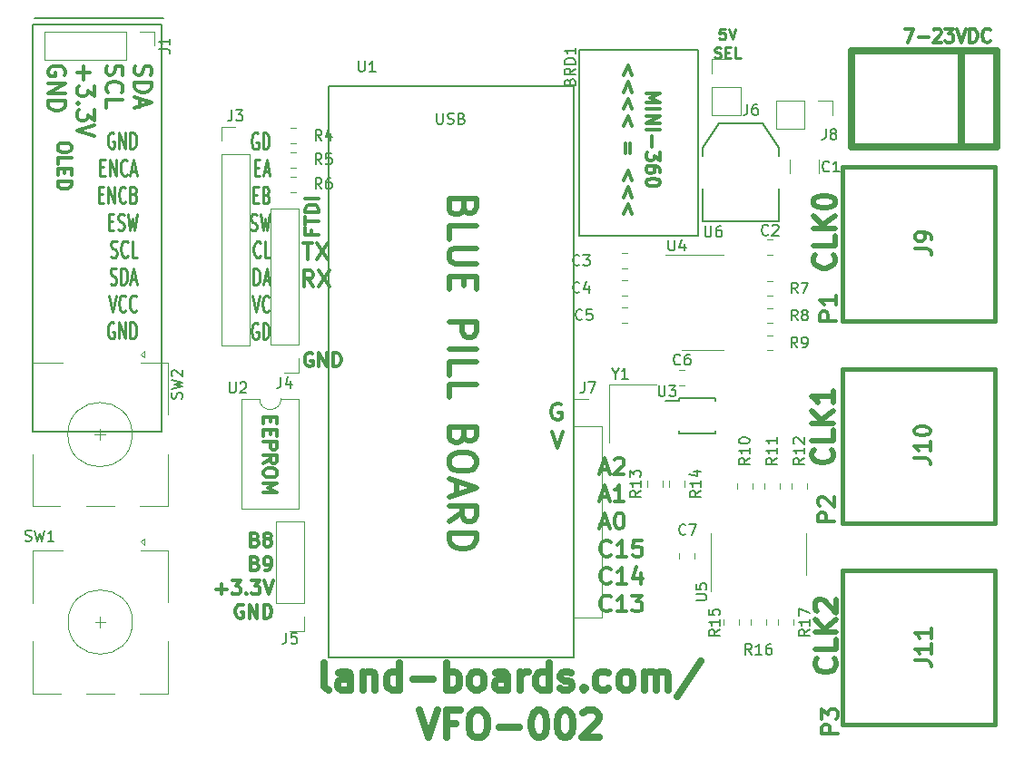
<source format=gbr>
G04 #@! TF.GenerationSoftware,KiCad,Pcbnew,(5.1.5)-3*
G04 #@! TF.CreationDate,2020-10-18T18:03:21-04:00*
G04 #@! TF.ProjectId,VFO-002,56464f2d-3030-4322-9e6b-696361645f70,1*
G04 #@! TF.SameCoordinates,Original*
G04 #@! TF.FileFunction,Legend,Top*
G04 #@! TF.FilePolarity,Positive*
%FSLAX46Y46*%
G04 Gerber Fmt 4.6, Leading zero omitted, Abs format (unit mm)*
G04 Created by KiCad (PCBNEW (5.1.5)-3) date 2020-10-18 18:03:21*
%MOMM*%
%LPD*%
G04 APERTURE LIST*
%ADD10C,0.250000*%
%ADD11C,0.317500*%
%ADD12C,0.300000*%
%ADD13C,0.500000*%
%ADD14C,0.150000*%
%ADD15C,0.508000*%
%ADD16C,0.635000*%
%ADD17C,0.381000*%
%ADD18C,0.120000*%
%ADD19C,0.650000*%
%ADD20C,0.203200*%
%ADD21C,0.304800*%
G04 APERTURE END LIST*
D10*
X118839204Y-39232800D02*
X118743966Y-39160228D01*
X118601109Y-39160228D01*
X118458252Y-39232800D01*
X118363014Y-39377942D01*
X118315395Y-39523085D01*
X118267776Y-39813371D01*
X118267776Y-40031085D01*
X118315395Y-40321371D01*
X118363014Y-40466514D01*
X118458252Y-40611657D01*
X118601109Y-40684228D01*
X118696347Y-40684228D01*
X118839204Y-40611657D01*
X118886823Y-40539085D01*
X118886823Y-40031085D01*
X118696347Y-40031085D01*
X119315395Y-40684228D02*
X119315395Y-39160228D01*
X119553490Y-39160228D01*
X119696347Y-39232800D01*
X119791585Y-39377942D01*
X119839204Y-39523085D01*
X119886823Y-39813371D01*
X119886823Y-40031085D01*
X119839204Y-40321371D01*
X119791585Y-40466514D01*
X119696347Y-40611657D01*
X119553490Y-40684228D01*
X119315395Y-40684228D01*
X118553490Y-42421942D02*
X118886823Y-42421942D01*
X119029680Y-43220228D02*
X118553490Y-43220228D01*
X118553490Y-41696228D01*
X119029680Y-41696228D01*
X119410633Y-42784800D02*
X119886823Y-42784800D01*
X119315395Y-43220228D02*
X119648728Y-41696228D01*
X119982061Y-43220228D01*
X118410633Y-44957942D02*
X118743966Y-44957942D01*
X118886823Y-45756228D02*
X118410633Y-45756228D01*
X118410633Y-44232228D01*
X118886823Y-44232228D01*
X119648728Y-44957942D02*
X119791585Y-45030514D01*
X119839204Y-45103085D01*
X119886823Y-45248228D01*
X119886823Y-45465942D01*
X119839204Y-45611085D01*
X119791585Y-45683657D01*
X119696347Y-45756228D01*
X119315395Y-45756228D01*
X119315395Y-44232228D01*
X119648728Y-44232228D01*
X119743966Y-44304800D01*
X119791585Y-44377371D01*
X119839204Y-44522514D01*
X119839204Y-44667657D01*
X119791585Y-44812800D01*
X119743966Y-44885371D01*
X119648728Y-44957942D01*
X119315395Y-44957942D01*
X118172538Y-48219657D02*
X118315395Y-48292228D01*
X118553490Y-48292228D01*
X118648728Y-48219657D01*
X118696347Y-48147085D01*
X118743966Y-48001942D01*
X118743966Y-47856800D01*
X118696347Y-47711657D01*
X118648728Y-47639085D01*
X118553490Y-47566514D01*
X118363014Y-47493942D01*
X118267776Y-47421371D01*
X118220157Y-47348800D01*
X118172538Y-47203657D01*
X118172538Y-47058514D01*
X118220157Y-46913371D01*
X118267776Y-46840800D01*
X118363014Y-46768228D01*
X118601109Y-46768228D01*
X118743966Y-46840800D01*
X119077300Y-46768228D02*
X119315395Y-48292228D01*
X119505871Y-47203657D01*
X119696347Y-48292228D01*
X119934442Y-46768228D01*
X119077300Y-50683085D02*
X119029680Y-50755657D01*
X118886823Y-50828228D01*
X118791585Y-50828228D01*
X118648728Y-50755657D01*
X118553490Y-50610514D01*
X118505871Y-50465371D01*
X118458252Y-50175085D01*
X118458252Y-49957371D01*
X118505871Y-49667085D01*
X118553490Y-49521942D01*
X118648728Y-49376800D01*
X118791585Y-49304228D01*
X118886823Y-49304228D01*
X119029680Y-49376800D01*
X119077300Y-49449371D01*
X119982061Y-50828228D02*
X119505871Y-50828228D01*
X119505871Y-49304228D01*
X118458252Y-53364228D02*
X118458252Y-51840228D01*
X118696347Y-51840228D01*
X118839204Y-51912800D01*
X118934442Y-52057942D01*
X118982061Y-52203085D01*
X119029680Y-52493371D01*
X119029680Y-52711085D01*
X118982061Y-53001371D01*
X118934442Y-53146514D01*
X118839204Y-53291657D01*
X118696347Y-53364228D01*
X118458252Y-53364228D01*
X119410633Y-52928800D02*
X119886823Y-52928800D01*
X119315395Y-53364228D02*
X119648728Y-51840228D01*
X119982061Y-53364228D01*
X118315395Y-54376228D02*
X118648728Y-55900228D01*
X118982061Y-54376228D01*
X119886823Y-55755085D02*
X119839204Y-55827657D01*
X119696347Y-55900228D01*
X119601109Y-55900228D01*
X119458252Y-55827657D01*
X119363014Y-55682514D01*
X119315395Y-55537371D01*
X119267776Y-55247085D01*
X119267776Y-55029371D01*
X119315395Y-54739085D01*
X119363014Y-54593942D01*
X119458252Y-54448800D01*
X119601109Y-54376228D01*
X119696347Y-54376228D01*
X119839204Y-54448800D01*
X119886823Y-54521371D01*
X118839204Y-56984800D02*
X118743966Y-56912228D01*
X118601109Y-56912228D01*
X118458252Y-56984800D01*
X118363014Y-57129942D01*
X118315395Y-57275085D01*
X118267776Y-57565371D01*
X118267776Y-57783085D01*
X118315395Y-58073371D01*
X118363014Y-58218514D01*
X118458252Y-58363657D01*
X118601109Y-58436228D01*
X118696347Y-58436228D01*
X118839204Y-58363657D01*
X118886823Y-58291085D01*
X118886823Y-57783085D01*
X118696347Y-57783085D01*
X119315395Y-58436228D02*
X119315395Y-56912228D01*
X119553490Y-56912228D01*
X119696347Y-56984800D01*
X119791585Y-57129942D01*
X119839204Y-57275085D01*
X119886823Y-57565371D01*
X119886823Y-57783085D01*
X119839204Y-58073371D01*
X119791585Y-58218514D01*
X119696347Y-58363657D01*
X119553490Y-58436228D01*
X119315395Y-58436228D01*
D11*
X147112720Y-64504500D02*
X146965158Y-64430719D01*
X146743815Y-64430719D01*
X146522472Y-64504500D01*
X146374910Y-64652061D01*
X146301129Y-64799623D01*
X146227348Y-65094747D01*
X146227348Y-65316090D01*
X146301129Y-65611214D01*
X146374910Y-65758776D01*
X146522472Y-65906338D01*
X146743815Y-65980119D01*
X146891377Y-65980119D01*
X147112720Y-65906338D01*
X147186501Y-65832557D01*
X147186501Y-65316090D01*
X146891377Y-65316090D01*
X146301129Y-67072319D02*
X146817596Y-68621719D01*
X147334063Y-67072319D01*
D10*
X162416523Y-29439580D02*
X161940333Y-29439580D01*
X161892714Y-29915771D01*
X161940333Y-29868152D01*
X162035571Y-29820533D01*
X162273666Y-29820533D01*
X162368904Y-29868152D01*
X162416523Y-29915771D01*
X162464142Y-30011009D01*
X162464142Y-30249104D01*
X162416523Y-30344342D01*
X162368904Y-30391961D01*
X162273666Y-30439580D01*
X162035571Y-30439580D01*
X161940333Y-30391961D01*
X161892714Y-30344342D01*
X162749857Y-29439580D02*
X163083190Y-30439580D01*
X163416523Y-29439580D01*
X161464142Y-32141961D02*
X161607000Y-32189580D01*
X161845095Y-32189580D01*
X161940333Y-32141961D01*
X161987952Y-32094342D01*
X162035571Y-31999104D01*
X162035571Y-31903866D01*
X161987952Y-31808628D01*
X161940333Y-31761009D01*
X161845095Y-31713390D01*
X161654619Y-31665771D01*
X161559380Y-31618152D01*
X161511761Y-31570533D01*
X161464142Y-31475295D01*
X161464142Y-31380057D01*
X161511761Y-31284819D01*
X161559380Y-31237200D01*
X161654619Y-31189580D01*
X161892714Y-31189580D01*
X162035571Y-31237200D01*
X162464142Y-31665771D02*
X162797476Y-31665771D01*
X162940333Y-32189580D02*
X162464142Y-32189580D01*
X162464142Y-31189580D01*
X162940333Y-31189580D01*
X163845095Y-32189580D02*
X163368904Y-32189580D01*
X163368904Y-31189580D01*
D11*
X123107142Y-49444821D02*
X123964285Y-49444821D01*
X123535714Y-50944821D02*
X123535714Y-49444821D01*
X124321428Y-49444821D02*
X125321428Y-50944821D01*
X125321428Y-49444821D02*
X124321428Y-50944821D01*
X124000000Y-53512321D02*
X123500000Y-52798035D01*
X123142857Y-53512321D02*
X123142857Y-52012321D01*
X123714285Y-52012321D01*
X123857142Y-52083750D01*
X123928571Y-52155178D01*
X124000000Y-52298035D01*
X124000000Y-52512321D01*
X123928571Y-52655178D01*
X123857142Y-52726607D01*
X123714285Y-52798035D01*
X123142857Y-52798035D01*
X124500000Y-52012321D02*
X125500000Y-53512321D01*
X125500000Y-52012321D02*
X124500000Y-53512321D01*
X123932380Y-59765000D02*
X123811428Y-59704523D01*
X123630000Y-59704523D01*
X123448571Y-59765000D01*
X123327619Y-59885952D01*
X123267142Y-60006904D01*
X123206666Y-60248809D01*
X123206666Y-60430238D01*
X123267142Y-60672142D01*
X123327619Y-60793095D01*
X123448571Y-60914047D01*
X123630000Y-60974523D01*
X123750952Y-60974523D01*
X123932380Y-60914047D01*
X123992857Y-60853571D01*
X123992857Y-60430238D01*
X123750952Y-60430238D01*
X124537142Y-60974523D02*
X124537142Y-59704523D01*
X125262857Y-60974523D01*
X125262857Y-59704523D01*
X125867619Y-60974523D02*
X125867619Y-59704523D01*
X126170000Y-59704523D01*
X126351428Y-59765000D01*
X126472380Y-59885952D01*
X126532857Y-60006904D01*
X126593333Y-60248809D01*
X126593333Y-60430238D01*
X126532857Y-60672142D01*
X126472380Y-60793095D01*
X126351428Y-60914047D01*
X126170000Y-60974523D01*
X125867619Y-60974523D01*
X118609815Y-77145535D02*
X118791244Y-77206011D01*
X118851720Y-77266488D01*
X118912196Y-77387440D01*
X118912196Y-77568869D01*
X118851720Y-77689821D01*
X118791244Y-77750297D01*
X118670291Y-77810773D01*
X118186482Y-77810773D01*
X118186482Y-76540773D01*
X118609815Y-76540773D01*
X118730767Y-76601250D01*
X118791244Y-76661726D01*
X118851720Y-76782678D01*
X118851720Y-76903630D01*
X118791244Y-77024583D01*
X118730767Y-77085059D01*
X118609815Y-77145535D01*
X118186482Y-77145535D01*
X119637910Y-77085059D02*
X119516958Y-77024583D01*
X119456482Y-76964107D01*
X119396005Y-76843154D01*
X119396005Y-76782678D01*
X119456482Y-76661726D01*
X119516958Y-76601250D01*
X119637910Y-76540773D01*
X119879815Y-76540773D01*
X120000767Y-76601250D01*
X120061244Y-76661726D01*
X120121720Y-76782678D01*
X120121720Y-76843154D01*
X120061244Y-76964107D01*
X120000767Y-77024583D01*
X119879815Y-77085059D01*
X119637910Y-77085059D01*
X119516958Y-77145535D01*
X119456482Y-77206011D01*
X119396005Y-77326964D01*
X119396005Y-77568869D01*
X119456482Y-77689821D01*
X119516958Y-77750297D01*
X119637910Y-77810773D01*
X119879815Y-77810773D01*
X120000767Y-77750297D01*
X120061244Y-77689821D01*
X120121720Y-77568869D01*
X120121720Y-77326964D01*
X120061244Y-77206011D01*
X120000767Y-77145535D01*
X119879815Y-77085059D01*
X118609815Y-79368035D02*
X118791244Y-79428511D01*
X118851720Y-79488988D01*
X118912196Y-79609940D01*
X118912196Y-79791369D01*
X118851720Y-79912321D01*
X118791244Y-79972797D01*
X118670291Y-80033273D01*
X118186482Y-80033273D01*
X118186482Y-78763273D01*
X118609815Y-78763273D01*
X118730767Y-78823750D01*
X118791244Y-78884226D01*
X118851720Y-79005178D01*
X118851720Y-79126130D01*
X118791244Y-79247083D01*
X118730767Y-79307559D01*
X118609815Y-79368035D01*
X118186482Y-79368035D01*
X119516958Y-80033273D02*
X119758863Y-80033273D01*
X119879815Y-79972797D01*
X119940291Y-79912321D01*
X120061244Y-79730892D01*
X120121720Y-79488988D01*
X120121720Y-79005178D01*
X120061244Y-78884226D01*
X120000767Y-78823750D01*
X119879815Y-78763273D01*
X119637910Y-78763273D01*
X119516958Y-78823750D01*
X119456482Y-78884226D01*
X119396005Y-79005178D01*
X119396005Y-79307559D01*
X119456482Y-79428511D01*
X119516958Y-79488988D01*
X119637910Y-79549464D01*
X119879815Y-79549464D01*
X120000767Y-79488988D01*
X120061244Y-79428511D01*
X120121720Y-79307559D01*
X114981244Y-81771964D02*
X115948863Y-81771964D01*
X115465053Y-82255773D02*
X115465053Y-81288154D01*
X116432672Y-80985773D02*
X117218863Y-80985773D01*
X116795529Y-81469583D01*
X116976958Y-81469583D01*
X117097910Y-81530059D01*
X117158386Y-81590535D01*
X117218863Y-81711488D01*
X117218863Y-82013869D01*
X117158386Y-82134821D01*
X117097910Y-82195297D01*
X116976958Y-82255773D01*
X116614101Y-82255773D01*
X116493148Y-82195297D01*
X116432672Y-82134821D01*
X117763148Y-82134821D02*
X117823625Y-82195297D01*
X117763148Y-82255773D01*
X117702672Y-82195297D01*
X117763148Y-82134821D01*
X117763148Y-82255773D01*
X118246958Y-80985773D02*
X119033148Y-80985773D01*
X118609815Y-81469583D01*
X118791244Y-81469583D01*
X118912196Y-81530059D01*
X118972672Y-81590535D01*
X119033148Y-81711488D01*
X119033148Y-82013869D01*
X118972672Y-82134821D01*
X118912196Y-82195297D01*
X118791244Y-82255773D01*
X118428386Y-82255773D01*
X118307434Y-82195297D01*
X118246958Y-82134821D01*
X119396005Y-80985773D02*
X119819339Y-82255773D01*
X120242672Y-80985773D01*
X117460767Y-83268750D02*
X117339815Y-83208273D01*
X117158386Y-83208273D01*
X116976958Y-83268750D01*
X116856005Y-83389702D01*
X116795529Y-83510654D01*
X116735053Y-83752559D01*
X116735053Y-83933988D01*
X116795529Y-84175892D01*
X116856005Y-84296845D01*
X116976958Y-84417797D01*
X117158386Y-84478273D01*
X117279339Y-84478273D01*
X117460767Y-84417797D01*
X117521244Y-84357321D01*
X117521244Y-83933988D01*
X117279339Y-83933988D01*
X118065529Y-84478273D02*
X118065529Y-83208273D01*
X118791244Y-84478273D01*
X118791244Y-83208273D01*
X119396005Y-84478273D02*
X119396005Y-83208273D01*
X119698386Y-83208273D01*
X119879815Y-83268750D01*
X120000767Y-83389702D01*
X120061244Y-83510654D01*
X120121720Y-83752559D01*
X120121720Y-83933988D01*
X120061244Y-84175892D01*
X120000767Y-84296845D01*
X119879815Y-84417797D01*
X119698386Y-84478273D01*
X119396005Y-84478273D01*
X101453476Y-40422276D02*
X101453476Y-40664180D01*
X101393000Y-40785133D01*
X101272047Y-40906085D01*
X101030142Y-40966561D01*
X100606809Y-40966561D01*
X100364904Y-40906085D01*
X100243952Y-40785133D01*
X100183476Y-40664180D01*
X100183476Y-40422276D01*
X100243952Y-40301323D01*
X100364904Y-40180371D01*
X100606809Y-40119895D01*
X101030142Y-40119895D01*
X101272047Y-40180371D01*
X101393000Y-40301323D01*
X101453476Y-40422276D01*
X100183476Y-42115609D02*
X100183476Y-41510847D01*
X101453476Y-41510847D01*
X100848714Y-42538942D02*
X100848714Y-42962276D01*
X100183476Y-43143704D02*
X100183476Y-42538942D01*
X101453476Y-42538942D01*
X101453476Y-43143704D01*
X100183476Y-43687990D02*
X101453476Y-43687990D01*
X101453476Y-43990371D01*
X101393000Y-44171800D01*
X101272047Y-44292752D01*
X101151095Y-44353228D01*
X100909190Y-44413704D01*
X100727761Y-44413704D01*
X100485857Y-44353228D01*
X100364904Y-44292752D01*
X100243952Y-44171800D01*
X100183476Y-43990371D01*
X100183476Y-43687990D01*
D12*
X179200000Y-29454523D02*
X180000000Y-29454523D01*
X179485714Y-30724523D01*
X180457142Y-30240714D02*
X181371428Y-30240714D01*
X181885714Y-29575476D02*
X181942857Y-29515000D01*
X182057142Y-29454523D01*
X182342857Y-29454523D01*
X182457142Y-29515000D01*
X182514285Y-29575476D01*
X182571428Y-29696428D01*
X182571428Y-29817380D01*
X182514285Y-29998809D01*
X181828571Y-30724523D01*
X182571428Y-30724523D01*
X182971428Y-29454523D02*
X183714285Y-29454523D01*
X183314285Y-29938333D01*
X183485714Y-29938333D01*
X183600000Y-29998809D01*
X183657142Y-30059285D01*
X183714285Y-30180238D01*
X183714285Y-30482619D01*
X183657142Y-30603571D01*
X183600000Y-30664047D01*
X183485714Y-30724523D01*
X183142857Y-30724523D01*
X183028571Y-30664047D01*
X182971428Y-30603571D01*
X184057142Y-29454523D02*
X184457142Y-30724523D01*
X184857142Y-29454523D01*
X185257142Y-30724523D02*
X185257142Y-29454523D01*
X185542857Y-29454523D01*
X185714285Y-29515000D01*
X185828571Y-29635952D01*
X185885714Y-29756904D01*
X185942857Y-29998809D01*
X185942857Y-30180238D01*
X185885714Y-30422142D01*
X185828571Y-30543095D01*
X185714285Y-30664047D01*
X185542857Y-30724523D01*
X185257142Y-30724523D01*
X187142857Y-30603571D02*
X187085714Y-30664047D01*
X186914285Y-30724523D01*
X186800000Y-30724523D01*
X186628571Y-30664047D01*
X186514285Y-30543095D01*
X186457142Y-30422142D01*
X186400000Y-30180238D01*
X186400000Y-29998809D01*
X186457142Y-29756904D01*
X186514285Y-29635952D01*
X186628571Y-29515000D01*
X186800000Y-29454523D01*
X186914285Y-29454523D01*
X187085714Y-29515000D01*
X187142857Y-29575476D01*
D13*
X172617685Y-88250057D02*
X172712923Y-88345295D01*
X172808161Y-88631009D01*
X172808161Y-88821485D01*
X172712923Y-89107200D01*
X172522447Y-89297676D01*
X172331971Y-89392914D01*
X171951019Y-89488152D01*
X171665304Y-89488152D01*
X171284352Y-89392914D01*
X171093876Y-89297676D01*
X170903400Y-89107200D01*
X170808161Y-88821485D01*
X170808161Y-88631009D01*
X170903400Y-88345295D01*
X170998638Y-88250057D01*
X172808161Y-86440533D02*
X172808161Y-87392914D01*
X170808161Y-87392914D01*
X172808161Y-85773866D02*
X170808161Y-85773866D01*
X172808161Y-84631009D02*
X171665304Y-85488152D01*
X170808161Y-84631009D02*
X171951019Y-85773866D01*
X170998638Y-83869104D02*
X170903400Y-83773866D01*
X170808161Y-83583390D01*
X170808161Y-83107200D01*
X170903400Y-82916723D01*
X170998638Y-82821485D01*
X171189114Y-82726247D01*
X171379590Y-82726247D01*
X171665304Y-82821485D01*
X172808161Y-83964342D01*
X172808161Y-82726247D01*
X172338285Y-68742857D02*
X172433523Y-68838095D01*
X172528761Y-69123809D01*
X172528761Y-69314285D01*
X172433523Y-69600000D01*
X172243047Y-69790476D01*
X172052571Y-69885714D01*
X171671619Y-69980952D01*
X171385904Y-69980952D01*
X171004952Y-69885714D01*
X170814476Y-69790476D01*
X170624000Y-69600000D01*
X170528761Y-69314285D01*
X170528761Y-69123809D01*
X170624000Y-68838095D01*
X170719238Y-68742857D01*
X172528761Y-66933333D02*
X172528761Y-67885714D01*
X170528761Y-67885714D01*
X172528761Y-66266666D02*
X170528761Y-66266666D01*
X172528761Y-65123809D02*
X171385904Y-65980952D01*
X170528761Y-65123809D02*
X171671619Y-66266666D01*
X172528761Y-63219047D02*
X172528761Y-64361904D01*
X172528761Y-63790476D02*
X170528761Y-63790476D01*
X170814476Y-63980952D01*
X171004952Y-64171428D01*
X171100190Y-64361904D01*
X172490685Y-50556457D02*
X172585923Y-50651695D01*
X172681161Y-50937409D01*
X172681161Y-51127885D01*
X172585923Y-51413600D01*
X172395447Y-51604076D01*
X172204971Y-51699314D01*
X171824019Y-51794552D01*
X171538304Y-51794552D01*
X171157352Y-51699314D01*
X170966876Y-51604076D01*
X170776400Y-51413600D01*
X170681161Y-51127885D01*
X170681161Y-50937409D01*
X170776400Y-50651695D01*
X170871638Y-50556457D01*
X172681161Y-48746933D02*
X172681161Y-49699314D01*
X170681161Y-49699314D01*
X172681161Y-48080266D02*
X170681161Y-48080266D01*
X172681161Y-46937409D02*
X171538304Y-47794552D01*
X170681161Y-46937409D02*
X171824019Y-48080266D01*
X170681161Y-45699314D02*
X170681161Y-45508838D01*
X170776400Y-45318361D01*
X170871638Y-45223123D01*
X171062114Y-45127885D01*
X171443066Y-45032647D01*
X171919257Y-45032647D01*
X172300209Y-45127885D01*
X172490685Y-45223123D01*
X172585923Y-45318361D01*
X172681161Y-45508838D01*
X172681161Y-45699314D01*
X172585923Y-45889790D01*
X172490685Y-45985028D01*
X172300209Y-46080266D01*
X171919257Y-46175504D01*
X171443066Y-46175504D01*
X171062114Y-46080266D01*
X170871638Y-45985028D01*
X170776400Y-45889790D01*
X170681161Y-45699314D01*
D14*
X98040000Y-28500000D02*
X110040000Y-28500000D01*
D10*
X105421785Y-39182000D02*
X105326547Y-39109428D01*
X105183690Y-39109428D01*
X105040833Y-39182000D01*
X104945595Y-39327142D01*
X104897976Y-39472285D01*
X104850357Y-39762571D01*
X104850357Y-39980285D01*
X104897976Y-40270571D01*
X104945595Y-40415714D01*
X105040833Y-40560857D01*
X105183690Y-40633428D01*
X105278928Y-40633428D01*
X105421785Y-40560857D01*
X105469404Y-40488285D01*
X105469404Y-39980285D01*
X105278928Y-39980285D01*
X105897976Y-40633428D02*
X105897976Y-39109428D01*
X106469404Y-40633428D01*
X106469404Y-39109428D01*
X106945595Y-40633428D02*
X106945595Y-39109428D01*
X107183690Y-39109428D01*
X107326547Y-39182000D01*
X107421785Y-39327142D01*
X107469404Y-39472285D01*
X107517023Y-39762571D01*
X107517023Y-39980285D01*
X107469404Y-40270571D01*
X107421785Y-40415714D01*
X107326547Y-40560857D01*
X107183690Y-40633428D01*
X106945595Y-40633428D01*
X104136071Y-42371142D02*
X104469404Y-42371142D01*
X104612261Y-43169428D02*
X104136071Y-43169428D01*
X104136071Y-41645428D01*
X104612261Y-41645428D01*
X105040833Y-43169428D02*
X105040833Y-41645428D01*
X105612261Y-43169428D01*
X105612261Y-41645428D01*
X106659880Y-43024285D02*
X106612261Y-43096857D01*
X106469404Y-43169428D01*
X106374166Y-43169428D01*
X106231309Y-43096857D01*
X106136071Y-42951714D01*
X106088452Y-42806571D01*
X106040833Y-42516285D01*
X106040833Y-42298571D01*
X106088452Y-42008285D01*
X106136071Y-41863142D01*
X106231309Y-41718000D01*
X106374166Y-41645428D01*
X106469404Y-41645428D01*
X106612261Y-41718000D01*
X106659880Y-41790571D01*
X107040833Y-42734000D02*
X107517023Y-42734000D01*
X106945595Y-43169428D02*
X107278928Y-41645428D01*
X107612261Y-43169428D01*
X103993214Y-44907142D02*
X104326547Y-44907142D01*
X104469404Y-45705428D02*
X103993214Y-45705428D01*
X103993214Y-44181428D01*
X104469404Y-44181428D01*
X104897976Y-45705428D02*
X104897976Y-44181428D01*
X105469404Y-45705428D01*
X105469404Y-44181428D01*
X106517023Y-45560285D02*
X106469404Y-45632857D01*
X106326547Y-45705428D01*
X106231309Y-45705428D01*
X106088452Y-45632857D01*
X105993214Y-45487714D01*
X105945595Y-45342571D01*
X105897976Y-45052285D01*
X105897976Y-44834571D01*
X105945595Y-44544285D01*
X105993214Y-44399142D01*
X106088452Y-44254000D01*
X106231309Y-44181428D01*
X106326547Y-44181428D01*
X106469404Y-44254000D01*
X106517023Y-44326571D01*
X107278928Y-44907142D02*
X107421785Y-44979714D01*
X107469404Y-45052285D01*
X107517023Y-45197428D01*
X107517023Y-45415142D01*
X107469404Y-45560285D01*
X107421785Y-45632857D01*
X107326547Y-45705428D01*
X106945595Y-45705428D01*
X106945595Y-44181428D01*
X107278928Y-44181428D01*
X107374166Y-44254000D01*
X107421785Y-44326571D01*
X107469404Y-44471714D01*
X107469404Y-44616857D01*
X107421785Y-44762000D01*
X107374166Y-44834571D01*
X107278928Y-44907142D01*
X106945595Y-44907142D01*
X104945595Y-47443142D02*
X105278928Y-47443142D01*
X105421785Y-48241428D02*
X104945595Y-48241428D01*
X104945595Y-46717428D01*
X105421785Y-46717428D01*
X105802738Y-48168857D02*
X105945595Y-48241428D01*
X106183690Y-48241428D01*
X106278928Y-48168857D01*
X106326547Y-48096285D01*
X106374166Y-47951142D01*
X106374166Y-47806000D01*
X106326547Y-47660857D01*
X106278928Y-47588285D01*
X106183690Y-47515714D01*
X105993214Y-47443142D01*
X105897976Y-47370571D01*
X105850357Y-47298000D01*
X105802738Y-47152857D01*
X105802738Y-47007714D01*
X105850357Y-46862571D01*
X105897976Y-46790000D01*
X105993214Y-46717428D01*
X106231309Y-46717428D01*
X106374166Y-46790000D01*
X106707500Y-46717428D02*
X106945595Y-48241428D01*
X107136071Y-47152857D01*
X107326547Y-48241428D01*
X107564642Y-46717428D01*
X105136071Y-50704857D02*
X105278928Y-50777428D01*
X105517023Y-50777428D01*
X105612261Y-50704857D01*
X105659880Y-50632285D01*
X105707500Y-50487142D01*
X105707500Y-50342000D01*
X105659880Y-50196857D01*
X105612261Y-50124285D01*
X105517023Y-50051714D01*
X105326547Y-49979142D01*
X105231309Y-49906571D01*
X105183690Y-49834000D01*
X105136071Y-49688857D01*
X105136071Y-49543714D01*
X105183690Y-49398571D01*
X105231309Y-49326000D01*
X105326547Y-49253428D01*
X105564642Y-49253428D01*
X105707500Y-49326000D01*
X106707500Y-50632285D02*
X106659880Y-50704857D01*
X106517023Y-50777428D01*
X106421785Y-50777428D01*
X106278928Y-50704857D01*
X106183690Y-50559714D01*
X106136071Y-50414571D01*
X106088452Y-50124285D01*
X106088452Y-49906571D01*
X106136071Y-49616285D01*
X106183690Y-49471142D01*
X106278928Y-49326000D01*
X106421785Y-49253428D01*
X106517023Y-49253428D01*
X106659880Y-49326000D01*
X106707500Y-49398571D01*
X107612261Y-50777428D02*
X107136071Y-50777428D01*
X107136071Y-49253428D01*
X105088452Y-53240857D02*
X105231309Y-53313428D01*
X105469404Y-53313428D01*
X105564642Y-53240857D01*
X105612261Y-53168285D01*
X105659880Y-53023142D01*
X105659880Y-52878000D01*
X105612261Y-52732857D01*
X105564642Y-52660285D01*
X105469404Y-52587714D01*
X105278928Y-52515142D01*
X105183690Y-52442571D01*
X105136071Y-52370000D01*
X105088452Y-52224857D01*
X105088452Y-52079714D01*
X105136071Y-51934571D01*
X105183690Y-51862000D01*
X105278928Y-51789428D01*
X105517023Y-51789428D01*
X105659880Y-51862000D01*
X106088452Y-53313428D02*
X106088452Y-51789428D01*
X106326547Y-51789428D01*
X106469404Y-51862000D01*
X106564642Y-52007142D01*
X106612261Y-52152285D01*
X106659880Y-52442571D01*
X106659880Y-52660285D01*
X106612261Y-52950571D01*
X106564642Y-53095714D01*
X106469404Y-53240857D01*
X106326547Y-53313428D01*
X106088452Y-53313428D01*
X107040833Y-52878000D02*
X107517023Y-52878000D01*
X106945595Y-53313428D02*
X107278928Y-51789428D01*
X107612261Y-53313428D01*
X104945595Y-54325428D02*
X105278928Y-55849428D01*
X105612261Y-54325428D01*
X106517023Y-55704285D02*
X106469404Y-55776857D01*
X106326547Y-55849428D01*
X106231309Y-55849428D01*
X106088452Y-55776857D01*
X105993214Y-55631714D01*
X105945595Y-55486571D01*
X105897976Y-55196285D01*
X105897976Y-54978571D01*
X105945595Y-54688285D01*
X105993214Y-54543142D01*
X106088452Y-54398000D01*
X106231309Y-54325428D01*
X106326547Y-54325428D01*
X106469404Y-54398000D01*
X106517023Y-54470571D01*
X107517023Y-55704285D02*
X107469404Y-55776857D01*
X107326547Y-55849428D01*
X107231309Y-55849428D01*
X107088452Y-55776857D01*
X106993214Y-55631714D01*
X106945595Y-55486571D01*
X106897976Y-55196285D01*
X106897976Y-54978571D01*
X106945595Y-54688285D01*
X106993214Y-54543142D01*
X107088452Y-54398000D01*
X107231309Y-54325428D01*
X107326547Y-54325428D01*
X107469404Y-54398000D01*
X107517023Y-54470571D01*
X105421785Y-56934000D02*
X105326547Y-56861428D01*
X105183690Y-56861428D01*
X105040833Y-56934000D01*
X104945595Y-57079142D01*
X104897976Y-57224285D01*
X104850357Y-57514571D01*
X104850357Y-57732285D01*
X104897976Y-58022571D01*
X104945595Y-58167714D01*
X105040833Y-58312857D01*
X105183690Y-58385428D01*
X105278928Y-58385428D01*
X105421785Y-58312857D01*
X105469404Y-58240285D01*
X105469404Y-57732285D01*
X105278928Y-57732285D01*
X105897976Y-58385428D02*
X105897976Y-56861428D01*
X106469404Y-58385428D01*
X106469404Y-56861428D01*
X106945595Y-58385428D02*
X106945595Y-56861428D01*
X107183690Y-56861428D01*
X107326547Y-56934000D01*
X107421785Y-57079142D01*
X107469404Y-57224285D01*
X107517023Y-57514571D01*
X107517023Y-57732285D01*
X107469404Y-58022571D01*
X107421785Y-58167714D01*
X107326547Y-58312857D01*
X107183690Y-58385428D01*
X106945595Y-58385428D01*
D11*
X107442130Y-32906336D02*
X107367140Y-33131308D01*
X107367140Y-33506260D01*
X107442130Y-33656241D01*
X107517121Y-33731232D01*
X107667102Y-33806222D01*
X107817083Y-33806222D01*
X107967064Y-33731232D01*
X108042054Y-33656241D01*
X108117045Y-33506260D01*
X108192035Y-33206298D01*
X108267026Y-33056317D01*
X108342016Y-32981327D01*
X108491997Y-32906336D01*
X108641978Y-32906336D01*
X108791959Y-32981327D01*
X108866950Y-33056317D01*
X108941940Y-33206298D01*
X108941940Y-33581251D01*
X108866950Y-33806222D01*
X107367140Y-34481136D02*
X108941940Y-34481136D01*
X108941940Y-34856089D01*
X108866950Y-35081060D01*
X108716969Y-35231041D01*
X108566988Y-35306032D01*
X108267026Y-35381022D01*
X108042054Y-35381022D01*
X107742092Y-35306032D01*
X107592111Y-35231041D01*
X107442130Y-35081060D01*
X107367140Y-34856089D01*
X107367140Y-34481136D01*
X107817083Y-35980946D02*
X107817083Y-36730851D01*
X107367140Y-35830965D02*
X108941940Y-36355898D01*
X107367140Y-36880832D01*
X104762430Y-32906336D02*
X104687440Y-33131308D01*
X104687440Y-33506260D01*
X104762430Y-33656241D01*
X104837421Y-33731232D01*
X104987402Y-33806222D01*
X105137383Y-33806222D01*
X105287364Y-33731232D01*
X105362354Y-33656241D01*
X105437345Y-33506260D01*
X105512335Y-33206298D01*
X105587326Y-33056317D01*
X105662316Y-32981327D01*
X105812297Y-32906336D01*
X105962278Y-32906336D01*
X106112259Y-32981327D01*
X106187250Y-33056317D01*
X106262240Y-33206298D01*
X106262240Y-33581251D01*
X106187250Y-33806222D01*
X104837421Y-35381022D02*
X104762430Y-35306032D01*
X104687440Y-35081060D01*
X104687440Y-34931079D01*
X104762430Y-34706108D01*
X104912411Y-34556127D01*
X105062392Y-34481136D01*
X105362354Y-34406146D01*
X105587326Y-34406146D01*
X105887288Y-34481136D01*
X106037269Y-34556127D01*
X106187250Y-34706108D01*
X106262240Y-34931079D01*
X106262240Y-35081060D01*
X106187250Y-35306032D01*
X106112259Y-35381022D01*
X104687440Y-36805841D02*
X104687440Y-36055936D01*
X106262240Y-36055936D01*
X102607664Y-32981327D02*
X102607664Y-34181175D01*
X102007740Y-33581251D02*
X103207588Y-33581251D01*
X103582540Y-34781098D02*
X103582540Y-35755975D01*
X102982616Y-35231041D01*
X102982616Y-35456013D01*
X102907626Y-35605994D01*
X102832635Y-35680984D01*
X102682654Y-35755975D01*
X102307702Y-35755975D01*
X102157721Y-35680984D01*
X102082730Y-35605994D01*
X102007740Y-35456013D01*
X102007740Y-35006070D01*
X102082730Y-34856089D01*
X102157721Y-34781098D01*
X102157721Y-36430889D02*
X102082730Y-36505879D01*
X102007740Y-36430889D01*
X102082730Y-36355898D01*
X102157721Y-36430889D01*
X102007740Y-36430889D01*
X103582540Y-37030813D02*
X103582540Y-38005689D01*
X102982616Y-37480755D01*
X102982616Y-37705727D01*
X102907626Y-37855708D01*
X102832635Y-37930698D01*
X102682654Y-38005689D01*
X102307702Y-38005689D01*
X102157721Y-37930698D01*
X102082730Y-37855708D01*
X102007740Y-37705727D01*
X102007740Y-37255784D01*
X102082730Y-37105803D01*
X102157721Y-37030813D01*
X103582540Y-38455632D02*
X102007740Y-38980565D01*
X103582540Y-39505498D01*
X100827850Y-33806222D02*
X100902840Y-33656241D01*
X100902840Y-33431270D01*
X100827850Y-33206298D01*
X100677869Y-33056317D01*
X100527888Y-32981327D01*
X100227926Y-32906336D01*
X100002954Y-32906336D01*
X99702992Y-32981327D01*
X99553011Y-33056317D01*
X99403030Y-33206298D01*
X99328040Y-33431270D01*
X99328040Y-33581251D01*
X99403030Y-33806222D01*
X99478021Y-33881213D01*
X100002954Y-33881213D01*
X100002954Y-33581251D01*
X99328040Y-34556127D02*
X100902840Y-34556127D01*
X99328040Y-35456013D01*
X100902840Y-35456013D01*
X99328040Y-36205917D02*
X100902840Y-36205917D01*
X100902840Y-36580870D01*
X100827850Y-36805841D01*
X100677869Y-36955822D01*
X100527888Y-37030813D01*
X100227926Y-37105803D01*
X100002954Y-37105803D01*
X99702992Y-37030813D01*
X99553011Y-36955822D01*
X99403030Y-36805841D01*
X99328040Y-36580870D01*
X99328040Y-36205917D01*
D15*
X138031428Y-46178571D02*
X137910476Y-46541428D01*
X137789523Y-46662380D01*
X137547619Y-46783333D01*
X137184761Y-46783333D01*
X136942857Y-46662380D01*
X136821904Y-46541428D01*
X136700952Y-46299523D01*
X136700952Y-45331904D01*
X139240952Y-45331904D01*
X139240952Y-46178571D01*
X139120000Y-46420476D01*
X138999047Y-46541428D01*
X138757142Y-46662380D01*
X138515238Y-46662380D01*
X138273333Y-46541428D01*
X138152380Y-46420476D01*
X138031428Y-46178571D01*
X138031428Y-45331904D01*
X136700952Y-49081428D02*
X136700952Y-47871904D01*
X139240952Y-47871904D01*
X139240952Y-49928095D02*
X137184761Y-49928095D01*
X136942857Y-50049047D01*
X136821904Y-50170000D01*
X136700952Y-50411904D01*
X136700952Y-50895714D01*
X136821904Y-51137619D01*
X136942857Y-51258571D01*
X137184761Y-51379523D01*
X139240952Y-51379523D01*
X138031428Y-52589047D02*
X138031428Y-53435714D01*
X136700952Y-53798571D02*
X136700952Y-52589047D01*
X139240952Y-52589047D01*
X139240952Y-53798571D01*
X136700952Y-56822380D02*
X139240952Y-56822380D01*
X139240952Y-57790000D01*
X139120000Y-58031904D01*
X138999047Y-58152857D01*
X138757142Y-58273809D01*
X138394285Y-58273809D01*
X138152380Y-58152857D01*
X138031428Y-58031904D01*
X137910476Y-57790000D01*
X137910476Y-56822380D01*
X136700952Y-59362380D02*
X139240952Y-59362380D01*
X136700952Y-61781428D02*
X136700952Y-60571904D01*
X139240952Y-60571904D01*
X136700952Y-63837619D02*
X136700952Y-62628095D01*
X139240952Y-62628095D01*
X138031428Y-67466190D02*
X137910476Y-67829047D01*
X137789523Y-67950000D01*
X137547619Y-68070952D01*
X137184761Y-68070952D01*
X136942857Y-67950000D01*
X136821904Y-67829047D01*
X136700952Y-67587142D01*
X136700952Y-66619523D01*
X139240952Y-66619523D01*
X139240952Y-67466190D01*
X139120000Y-67708095D01*
X138999047Y-67829047D01*
X138757142Y-67950000D01*
X138515238Y-67950000D01*
X138273333Y-67829047D01*
X138152380Y-67708095D01*
X138031428Y-67466190D01*
X138031428Y-66619523D01*
X139240952Y-69643333D02*
X139240952Y-70127142D01*
X139120000Y-70369047D01*
X138878095Y-70610952D01*
X138394285Y-70731904D01*
X137547619Y-70731904D01*
X137063809Y-70610952D01*
X136821904Y-70369047D01*
X136700952Y-70127142D01*
X136700952Y-69643333D01*
X136821904Y-69401428D01*
X137063809Y-69159523D01*
X137547619Y-69038571D01*
X138394285Y-69038571D01*
X138878095Y-69159523D01*
X139120000Y-69401428D01*
X139240952Y-69643333D01*
X137426666Y-71699523D02*
X137426666Y-72909047D01*
X136700952Y-71457619D02*
X139240952Y-72304285D01*
X136700952Y-73150952D01*
X136700952Y-75449047D02*
X137910476Y-74602380D01*
X136700952Y-73997619D02*
X139240952Y-73997619D01*
X139240952Y-74965238D01*
X139120000Y-75207142D01*
X138999047Y-75328095D01*
X138757142Y-75449047D01*
X138394285Y-75449047D01*
X138152380Y-75328095D01*
X138031428Y-75207142D01*
X137910476Y-74965238D01*
X137910476Y-73997619D01*
X136700952Y-76537619D02*
X139240952Y-76537619D01*
X139240952Y-77142380D01*
X139120000Y-77505238D01*
X138878095Y-77747142D01*
X138636190Y-77868095D01*
X138152380Y-77989047D01*
X137789523Y-77989047D01*
X137305714Y-77868095D01*
X137063809Y-77747142D01*
X136821904Y-77505238D01*
X136700952Y-77142380D01*
X136700952Y-76537619D01*
D11*
X120051114Y-65708580D02*
X120051114Y-66131914D01*
X119385876Y-66313342D02*
X119385876Y-65708580D01*
X120655876Y-65708580D01*
X120655876Y-66313342D01*
X120051114Y-66857628D02*
X120051114Y-67280961D01*
X119385876Y-67462390D02*
X119385876Y-66857628D01*
X120655876Y-66857628D01*
X120655876Y-67462390D01*
X119385876Y-68006676D02*
X120655876Y-68006676D01*
X120655876Y-68490485D01*
X120595400Y-68611438D01*
X120534923Y-68671914D01*
X120413971Y-68732390D01*
X120232542Y-68732390D01*
X120111590Y-68671914D01*
X120051114Y-68611438D01*
X119990638Y-68490485D01*
X119990638Y-68006676D01*
X119385876Y-70002390D02*
X119990638Y-69579057D01*
X119385876Y-69276676D02*
X120655876Y-69276676D01*
X120655876Y-69760485D01*
X120595400Y-69881438D01*
X120534923Y-69941914D01*
X120413971Y-70002390D01*
X120232542Y-70002390D01*
X120111590Y-69941914D01*
X120051114Y-69881438D01*
X119990638Y-69760485D01*
X119990638Y-69276676D01*
X120655876Y-70788580D02*
X120655876Y-71030485D01*
X120595400Y-71151438D01*
X120474447Y-71272390D01*
X120232542Y-71332866D01*
X119809209Y-71332866D01*
X119567304Y-71272390D01*
X119446352Y-71151438D01*
X119385876Y-71030485D01*
X119385876Y-70788580D01*
X119446352Y-70667628D01*
X119567304Y-70546676D01*
X119809209Y-70486200D01*
X120232542Y-70486200D01*
X120474447Y-70546676D01*
X120595400Y-70667628D01*
X120655876Y-70788580D01*
X119385876Y-71877152D02*
X120655876Y-71877152D01*
X119748733Y-72300485D01*
X120655876Y-72723819D01*
X119385876Y-72723819D01*
X155086726Y-35509190D02*
X156356726Y-35509190D01*
X155449583Y-35932523D01*
X156356726Y-36355857D01*
X155086726Y-36355857D01*
X155086726Y-36960619D02*
X156356726Y-36960619D01*
X155086726Y-37565380D02*
X156356726Y-37565380D01*
X155086726Y-38291095D01*
X156356726Y-38291095D01*
X155086726Y-38895857D02*
X156356726Y-38895857D01*
X155570535Y-39500619D02*
X155570535Y-40468238D01*
X156356726Y-40952047D02*
X156356726Y-41738238D01*
X155872916Y-41314904D01*
X155872916Y-41496333D01*
X155812440Y-41617285D01*
X155751964Y-41677761D01*
X155631011Y-41738238D01*
X155328630Y-41738238D01*
X155207678Y-41677761D01*
X155147202Y-41617285D01*
X155086726Y-41496333D01*
X155086726Y-41133476D01*
X155147202Y-41012523D01*
X155207678Y-40952047D01*
X156356726Y-42826809D02*
X156356726Y-42584904D01*
X156296250Y-42463952D01*
X156235773Y-42403476D01*
X156054345Y-42282523D01*
X155812440Y-42222047D01*
X155328630Y-42222047D01*
X155207678Y-42282523D01*
X155147202Y-42343000D01*
X155086726Y-42463952D01*
X155086726Y-42705857D01*
X155147202Y-42826809D01*
X155207678Y-42887285D01*
X155328630Y-42947761D01*
X155631011Y-42947761D01*
X155751964Y-42887285D01*
X155812440Y-42826809D01*
X155872916Y-42705857D01*
X155872916Y-42463952D01*
X155812440Y-42343000D01*
X155751964Y-42282523D01*
X155631011Y-42222047D01*
X156356726Y-43733952D02*
X156356726Y-43854904D01*
X156296250Y-43975857D01*
X156235773Y-44036333D01*
X156114821Y-44096809D01*
X155872916Y-44157285D01*
X155570535Y-44157285D01*
X155328630Y-44096809D01*
X155207678Y-44036333D01*
X155147202Y-43975857D01*
X155086726Y-43854904D01*
X155086726Y-43733952D01*
X155147202Y-43613000D01*
X155207678Y-43552523D01*
X155328630Y-43492047D01*
X155570535Y-43431571D01*
X155872916Y-43431571D01*
X156114821Y-43492047D01*
X156235773Y-43552523D01*
X156296250Y-43613000D01*
X156356726Y-43733952D01*
X153710892Y-33815857D02*
X153348035Y-32848238D01*
X152985178Y-33815857D01*
X153710892Y-35388238D02*
X153348035Y-34420619D01*
X152985178Y-35388238D01*
X153710892Y-36960619D02*
X153348035Y-35993000D01*
X152985178Y-36960619D01*
X153710892Y-38533000D02*
X153348035Y-37565380D01*
X152985178Y-38533000D01*
X153529464Y-40105380D02*
X153529464Y-41073000D01*
X153166607Y-41073000D02*
X153166607Y-40105380D01*
X153710892Y-43613000D02*
X153348035Y-42645380D01*
X152985178Y-43613000D01*
X153710892Y-45185380D02*
X153348035Y-44217761D01*
X152985178Y-45185380D01*
X153710892Y-46757761D02*
X153348035Y-45790142D01*
X152985178Y-46757761D01*
X123861285Y-48229761D02*
X123861285Y-48653095D01*
X124526523Y-48653095D02*
X123256523Y-48653095D01*
X123256523Y-48048333D01*
X123256523Y-47745952D02*
X123256523Y-47020238D01*
X124526523Y-47383095D02*
X123256523Y-47383095D01*
X124526523Y-46596904D02*
X123256523Y-46596904D01*
X123256523Y-46294523D01*
X123317000Y-46113095D01*
X123437952Y-45992142D01*
X123558904Y-45931666D01*
X123800809Y-45871190D01*
X123982238Y-45871190D01*
X124224142Y-45931666D01*
X124345095Y-45992142D01*
X124466047Y-46113095D01*
X124526523Y-46294523D01*
X124526523Y-46596904D01*
X124526523Y-45326904D02*
X123256523Y-45326904D01*
X150789498Y-70596266D02*
X151527308Y-70596266D01*
X150641936Y-71024438D02*
X151158403Y-69525838D01*
X151674870Y-71024438D01*
X152117555Y-69668561D02*
X152191336Y-69597200D01*
X152338898Y-69525838D01*
X152707803Y-69525838D01*
X152855365Y-69597200D01*
X152929146Y-69668561D01*
X153002927Y-69811285D01*
X153002927Y-69954009D01*
X152929146Y-70168095D01*
X152043775Y-71024438D01*
X153002927Y-71024438D01*
X150789498Y-73161666D02*
X151527308Y-73161666D01*
X150641936Y-73589838D02*
X151158403Y-72091238D01*
X151674870Y-73589838D01*
X153002927Y-73589838D02*
X152117555Y-73589838D01*
X152560241Y-73589838D02*
X152560241Y-72091238D01*
X152412679Y-72305323D01*
X152265117Y-72448047D01*
X152117555Y-72519409D01*
X150789498Y-75727066D02*
X151527308Y-75727066D01*
X150641936Y-76155238D02*
X151158403Y-74656638D01*
X151674870Y-76155238D01*
X152486460Y-74656638D02*
X152634022Y-74656638D01*
X152781584Y-74728000D01*
X152855365Y-74799361D01*
X152929146Y-74942085D01*
X153002927Y-75227533D01*
X153002927Y-75584342D01*
X152929146Y-75869790D01*
X152855365Y-76012514D01*
X152781584Y-76083876D01*
X152634022Y-76155238D01*
X152486460Y-76155238D01*
X152338898Y-76083876D01*
X152265117Y-76012514D01*
X152191336Y-75869790D01*
X152117555Y-75584342D01*
X152117555Y-75227533D01*
X152191336Y-74942085D01*
X152265117Y-74799361D01*
X152338898Y-74728000D01*
X152486460Y-74656638D01*
X151748651Y-78577914D02*
X151674870Y-78649276D01*
X151453527Y-78720638D01*
X151305965Y-78720638D01*
X151084622Y-78649276D01*
X150937060Y-78506552D01*
X150863279Y-78363828D01*
X150789498Y-78078380D01*
X150789498Y-77864295D01*
X150863279Y-77578847D01*
X150937060Y-77436123D01*
X151084622Y-77293400D01*
X151305965Y-77222038D01*
X151453527Y-77222038D01*
X151674870Y-77293400D01*
X151748651Y-77364761D01*
X153224270Y-78720638D02*
X152338898Y-78720638D01*
X152781584Y-78720638D02*
X152781584Y-77222038D01*
X152634022Y-77436123D01*
X152486460Y-77578847D01*
X152338898Y-77650209D01*
X154626108Y-77222038D02*
X153888298Y-77222038D01*
X153814517Y-77935657D01*
X153888298Y-77864295D01*
X154035860Y-77792933D01*
X154404765Y-77792933D01*
X154552327Y-77864295D01*
X154626108Y-77935657D01*
X154699889Y-78078380D01*
X154699889Y-78435190D01*
X154626108Y-78577914D01*
X154552327Y-78649276D01*
X154404765Y-78720638D01*
X154035860Y-78720638D01*
X153888298Y-78649276D01*
X153814517Y-78577914D01*
X151748651Y-81143314D02*
X151674870Y-81214676D01*
X151453527Y-81286038D01*
X151305965Y-81286038D01*
X151084622Y-81214676D01*
X150937060Y-81071952D01*
X150863279Y-80929228D01*
X150789498Y-80643780D01*
X150789498Y-80429695D01*
X150863279Y-80144247D01*
X150937060Y-80001523D01*
X151084622Y-79858800D01*
X151305965Y-79787438D01*
X151453527Y-79787438D01*
X151674870Y-79858800D01*
X151748651Y-79930161D01*
X153224270Y-81286038D02*
X152338898Y-81286038D01*
X152781584Y-81286038D02*
X152781584Y-79787438D01*
X152634022Y-80001523D01*
X152486460Y-80144247D01*
X152338898Y-80215609D01*
X154552327Y-80286971D02*
X154552327Y-81286038D01*
X154183422Y-79716076D02*
X153814517Y-80786504D01*
X154773670Y-80786504D01*
X151748651Y-83708714D02*
X151674870Y-83780076D01*
X151453527Y-83851438D01*
X151305965Y-83851438D01*
X151084622Y-83780076D01*
X150937060Y-83637352D01*
X150863279Y-83494628D01*
X150789498Y-83209180D01*
X150789498Y-82995095D01*
X150863279Y-82709647D01*
X150937060Y-82566923D01*
X151084622Y-82424200D01*
X151305965Y-82352838D01*
X151453527Y-82352838D01*
X151674870Y-82424200D01*
X151748651Y-82495561D01*
X153224270Y-83851438D02*
X152338898Y-83851438D01*
X152781584Y-83851438D02*
X152781584Y-82352838D01*
X152634022Y-82566923D01*
X152486460Y-82709647D01*
X152338898Y-82781009D01*
X153740736Y-82352838D02*
X154699889Y-82352838D01*
X154183422Y-82923733D01*
X154404765Y-82923733D01*
X154552327Y-82995095D01*
X154626108Y-83066457D01*
X154699889Y-83209180D01*
X154699889Y-83565990D01*
X154626108Y-83708714D01*
X154552327Y-83780076D01*
X154404765Y-83851438D01*
X153962079Y-83851438D01*
X153814517Y-83780076D01*
X153740736Y-83708714D01*
D16*
X125420190Y-91180547D02*
X125178285Y-91059595D01*
X125057333Y-90817690D01*
X125057333Y-88640547D01*
X127476380Y-91180547D02*
X127476380Y-89850071D01*
X127355428Y-89608166D01*
X127113523Y-89487214D01*
X126629714Y-89487214D01*
X126387809Y-89608166D01*
X127476380Y-91059595D02*
X127234476Y-91180547D01*
X126629714Y-91180547D01*
X126387809Y-91059595D01*
X126266857Y-90817690D01*
X126266857Y-90575785D01*
X126387809Y-90333880D01*
X126629714Y-90212928D01*
X127234476Y-90212928D01*
X127476380Y-90091976D01*
X128685904Y-89487214D02*
X128685904Y-91180547D01*
X128685904Y-89729119D02*
X128806857Y-89608166D01*
X129048761Y-89487214D01*
X129411619Y-89487214D01*
X129653523Y-89608166D01*
X129774476Y-89850071D01*
X129774476Y-91180547D01*
X132072571Y-91180547D02*
X132072571Y-88640547D01*
X132072571Y-91059595D02*
X131830666Y-91180547D01*
X131346857Y-91180547D01*
X131104952Y-91059595D01*
X130984000Y-90938642D01*
X130863047Y-90696738D01*
X130863047Y-89971023D01*
X130984000Y-89729119D01*
X131104952Y-89608166D01*
X131346857Y-89487214D01*
X131830666Y-89487214D01*
X132072571Y-89608166D01*
X133282095Y-90212928D02*
X135217333Y-90212928D01*
X136426857Y-91180547D02*
X136426857Y-88640547D01*
X136426857Y-89608166D02*
X136668761Y-89487214D01*
X137152571Y-89487214D01*
X137394476Y-89608166D01*
X137515428Y-89729119D01*
X137636380Y-89971023D01*
X137636380Y-90696738D01*
X137515428Y-90938642D01*
X137394476Y-91059595D01*
X137152571Y-91180547D01*
X136668761Y-91180547D01*
X136426857Y-91059595D01*
X139087809Y-91180547D02*
X138845904Y-91059595D01*
X138724952Y-90938642D01*
X138604000Y-90696738D01*
X138604000Y-89971023D01*
X138724952Y-89729119D01*
X138845904Y-89608166D01*
X139087809Y-89487214D01*
X139450666Y-89487214D01*
X139692571Y-89608166D01*
X139813523Y-89729119D01*
X139934476Y-89971023D01*
X139934476Y-90696738D01*
X139813523Y-90938642D01*
X139692571Y-91059595D01*
X139450666Y-91180547D01*
X139087809Y-91180547D01*
X142111619Y-91180547D02*
X142111619Y-89850071D01*
X141990666Y-89608166D01*
X141748761Y-89487214D01*
X141264952Y-89487214D01*
X141023047Y-89608166D01*
X142111619Y-91059595D02*
X141869714Y-91180547D01*
X141264952Y-91180547D01*
X141023047Y-91059595D01*
X140902095Y-90817690D01*
X140902095Y-90575785D01*
X141023047Y-90333880D01*
X141264952Y-90212928D01*
X141869714Y-90212928D01*
X142111619Y-90091976D01*
X143321142Y-91180547D02*
X143321142Y-89487214D01*
X143321142Y-89971023D02*
X143442095Y-89729119D01*
X143563047Y-89608166D01*
X143804952Y-89487214D01*
X144046857Y-89487214D01*
X145982095Y-91180547D02*
X145982095Y-88640547D01*
X145982095Y-91059595D02*
X145740190Y-91180547D01*
X145256380Y-91180547D01*
X145014476Y-91059595D01*
X144893523Y-90938642D01*
X144772571Y-90696738D01*
X144772571Y-89971023D01*
X144893523Y-89729119D01*
X145014476Y-89608166D01*
X145256380Y-89487214D01*
X145740190Y-89487214D01*
X145982095Y-89608166D01*
X147070666Y-91059595D02*
X147312571Y-91180547D01*
X147796380Y-91180547D01*
X148038285Y-91059595D01*
X148159238Y-90817690D01*
X148159238Y-90696738D01*
X148038285Y-90454833D01*
X147796380Y-90333880D01*
X147433523Y-90333880D01*
X147191619Y-90212928D01*
X147070666Y-89971023D01*
X147070666Y-89850071D01*
X147191619Y-89608166D01*
X147433523Y-89487214D01*
X147796380Y-89487214D01*
X148038285Y-89608166D01*
X149247809Y-90938642D02*
X149368761Y-91059595D01*
X149247809Y-91180547D01*
X149126857Y-91059595D01*
X149247809Y-90938642D01*
X149247809Y-91180547D01*
X151545904Y-91059595D02*
X151304000Y-91180547D01*
X150820190Y-91180547D01*
X150578285Y-91059595D01*
X150457333Y-90938642D01*
X150336380Y-90696738D01*
X150336380Y-89971023D01*
X150457333Y-89729119D01*
X150578285Y-89608166D01*
X150820190Y-89487214D01*
X151304000Y-89487214D01*
X151545904Y-89608166D01*
X152997333Y-91180547D02*
X152755428Y-91059595D01*
X152634476Y-90938642D01*
X152513523Y-90696738D01*
X152513523Y-89971023D01*
X152634476Y-89729119D01*
X152755428Y-89608166D01*
X152997333Y-89487214D01*
X153360190Y-89487214D01*
X153602095Y-89608166D01*
X153723047Y-89729119D01*
X153844000Y-89971023D01*
X153844000Y-90696738D01*
X153723047Y-90938642D01*
X153602095Y-91059595D01*
X153360190Y-91180547D01*
X152997333Y-91180547D01*
X154932571Y-91180547D02*
X154932571Y-89487214D01*
X154932571Y-89729119D02*
X155053523Y-89608166D01*
X155295428Y-89487214D01*
X155658285Y-89487214D01*
X155900190Y-89608166D01*
X156021142Y-89850071D01*
X156021142Y-91180547D01*
X156021142Y-89850071D02*
X156142095Y-89608166D01*
X156384000Y-89487214D01*
X156746857Y-89487214D01*
X156988761Y-89608166D01*
X157109714Y-89850071D01*
X157109714Y-91180547D01*
X160133523Y-88519595D02*
X157956380Y-91785309D01*
X133947333Y-93085547D02*
X134794000Y-95625547D01*
X135640666Y-93085547D01*
X137334000Y-94295071D02*
X136487333Y-94295071D01*
X136487333Y-95625547D02*
X136487333Y-93085547D01*
X137696857Y-93085547D01*
X139148285Y-93085547D02*
X139632095Y-93085547D01*
X139874000Y-93206500D01*
X140115904Y-93448404D01*
X140236857Y-93932214D01*
X140236857Y-94778880D01*
X140115904Y-95262690D01*
X139874000Y-95504595D01*
X139632095Y-95625547D01*
X139148285Y-95625547D01*
X138906380Y-95504595D01*
X138664476Y-95262690D01*
X138543523Y-94778880D01*
X138543523Y-93932214D01*
X138664476Y-93448404D01*
X138906380Y-93206500D01*
X139148285Y-93085547D01*
X141325428Y-94657928D02*
X143260666Y-94657928D01*
X144954000Y-93085547D02*
X145195904Y-93085547D01*
X145437809Y-93206500D01*
X145558761Y-93327452D01*
X145679714Y-93569357D01*
X145800666Y-94053166D01*
X145800666Y-94657928D01*
X145679714Y-95141738D01*
X145558761Y-95383642D01*
X145437809Y-95504595D01*
X145195904Y-95625547D01*
X144954000Y-95625547D01*
X144712095Y-95504595D01*
X144591142Y-95383642D01*
X144470190Y-95141738D01*
X144349238Y-94657928D01*
X144349238Y-94053166D01*
X144470190Y-93569357D01*
X144591142Y-93327452D01*
X144712095Y-93206500D01*
X144954000Y-93085547D01*
X147373047Y-93085547D02*
X147614952Y-93085547D01*
X147856857Y-93206500D01*
X147977809Y-93327452D01*
X148098761Y-93569357D01*
X148219714Y-94053166D01*
X148219714Y-94657928D01*
X148098761Y-95141738D01*
X147977809Y-95383642D01*
X147856857Y-95504595D01*
X147614952Y-95625547D01*
X147373047Y-95625547D01*
X147131142Y-95504595D01*
X147010190Y-95383642D01*
X146889238Y-95141738D01*
X146768285Y-94657928D01*
X146768285Y-94053166D01*
X146889238Y-93569357D01*
X147010190Y-93327452D01*
X147131142Y-93206500D01*
X147373047Y-93085547D01*
X149187333Y-93327452D02*
X149308285Y-93206500D01*
X149550190Y-93085547D01*
X150154952Y-93085547D01*
X150396857Y-93206500D01*
X150517809Y-93327452D01*
X150638761Y-93569357D01*
X150638761Y-93811261D01*
X150517809Y-94174119D01*
X149066380Y-95625547D01*
X150638761Y-95625547D01*
D17*
X173382400Y-80011800D02*
X187583540Y-80011800D01*
X187578460Y-80006720D02*
X187578460Y-94405980D01*
X187583540Y-94411060D02*
X173382400Y-94411060D01*
X173364620Y-80011800D02*
X173364620Y-94411060D01*
X173382400Y-61211800D02*
X187583540Y-61211800D01*
X187578460Y-61206720D02*
X187578460Y-75605980D01*
X187583540Y-75611060D02*
X173382400Y-75611060D01*
X173364620Y-61211800D02*
X173364620Y-75611060D01*
X173427400Y-42311800D02*
X187628540Y-42311800D01*
X187623460Y-42306720D02*
X187623460Y-56705980D01*
X187628540Y-56711060D02*
X173427400Y-56711060D01*
X173409620Y-42311800D02*
X173409620Y-56711060D01*
D14*
X159889400Y-48820000D02*
X148789400Y-48820000D01*
X159889400Y-31420000D02*
X159889400Y-48820000D01*
X148789400Y-31420000D02*
X159889400Y-31420000D01*
X148789400Y-48820000D02*
X148789400Y-31420000D01*
X97870000Y-29040000D02*
X109870000Y-29040000D01*
X97870000Y-67040000D02*
X97870000Y-29040000D01*
X109870000Y-67040000D02*
X97870000Y-67040000D01*
X109870000Y-29040000D02*
X109870000Y-67040000D01*
D18*
X109200000Y-29710000D02*
X109200000Y-31040000D01*
X107870000Y-29710000D02*
X109200000Y-29710000D01*
X106600000Y-29710000D02*
X106600000Y-32370000D01*
X106600000Y-32370000D02*
X98920000Y-32370000D01*
X106600000Y-29710000D02*
X98920000Y-29710000D01*
X98920000Y-29710000D02*
X98920000Y-32370000D01*
D14*
X125490000Y-88190000D02*
X125490000Y-34850000D01*
X148350000Y-88190000D02*
X125490000Y-88190000D01*
X148350000Y-34850000D02*
X148350000Y-88190000D01*
X125490000Y-34850000D02*
X148350000Y-34850000D01*
D18*
X104125400Y-66843600D02*
X104125400Y-67843600D01*
X104625400Y-67343600D02*
X103625400Y-67343600D01*
X100425400Y-74043600D02*
X97825400Y-74043600D01*
X105425400Y-74043600D02*
X102825400Y-74043600D01*
X110425400Y-74043600D02*
X107825400Y-74043600D01*
X108225400Y-60143600D02*
X107925400Y-59843600D01*
X108225400Y-59543600D02*
X108225400Y-60143600D01*
X107925400Y-59843600D02*
X108225400Y-59543600D01*
X110425400Y-60643600D02*
X107925400Y-60643600D01*
X110425400Y-65443600D02*
X110425400Y-60643600D01*
X97825400Y-60643600D02*
X100625400Y-60643600D01*
X97825400Y-65543600D02*
X97825400Y-60643600D01*
X97825400Y-74043600D02*
X97825400Y-69143600D01*
X110425400Y-69143600D02*
X110425400Y-74043600D01*
X107125400Y-67343600D02*
G75*
G03X107125400Y-67343600I-3000000J0D01*
G01*
X122662000Y-61580000D02*
X121332000Y-61580000D01*
X122662000Y-60250000D02*
X122662000Y-61580000D01*
X122662000Y-58980000D02*
X120002000Y-58980000D01*
X120002000Y-58980000D02*
X120002000Y-46220000D01*
X122662000Y-58980000D02*
X122662000Y-46220000D01*
X122662000Y-46220000D02*
X120002000Y-46220000D01*
X122660000Y-64000000D02*
X121010000Y-64000000D01*
X122660000Y-74280000D02*
X122660000Y-64000000D01*
X117360000Y-74280000D02*
X122660000Y-74280000D01*
X117360000Y-64000000D02*
X117360000Y-74280000D01*
X119010000Y-64000000D02*
X117360000Y-64000000D01*
X121010000Y-64000000D02*
G75*
G02X119010000Y-64000000I-1000000J0D01*
G01*
X151618600Y-62655400D02*
X151618600Y-68055400D01*
X156018600Y-62655400D02*
X151618600Y-62655400D01*
X123170000Y-85710000D02*
X121840000Y-85710000D01*
X123170000Y-84380000D02*
X123170000Y-85710000D01*
X123170000Y-83110000D02*
X120510000Y-83110000D01*
X120510000Y-83110000D02*
X120510000Y-75430000D01*
X123170000Y-83110000D02*
X123170000Y-75430000D01*
X123170000Y-75430000D02*
X120510000Y-75430000D01*
X115430000Y-38600000D02*
X116760000Y-38600000D01*
X115430000Y-39930000D02*
X115430000Y-38600000D01*
X115430000Y-41200000D02*
X118090000Y-41200000D01*
X118090000Y-41200000D02*
X118090000Y-59040000D01*
X115430000Y-41200000D02*
X115430000Y-59040000D01*
X115430000Y-59040000D02*
X118090000Y-59040000D01*
D19*
X187750000Y-31500000D02*
X174250000Y-31500000D01*
X174250000Y-40500000D02*
X174250000Y-31500000D01*
X187750000Y-40500000D02*
X174250000Y-40500000D01*
X187750000Y-40500000D02*
X187750000Y-31500000D01*
X184450000Y-31500000D02*
X184450000Y-40500000D01*
D18*
X166823252Y-58062000D02*
X166300748Y-58062000D01*
X166823252Y-59482000D02*
X166300748Y-59482000D01*
X166823252Y-55522000D02*
X166300748Y-55522000D01*
X166823252Y-56942000D02*
X166300748Y-56942000D01*
X166088000Y-71918748D02*
X166088000Y-72441252D01*
X167508000Y-71918748D02*
X167508000Y-72441252D01*
X163548000Y-71918748D02*
X163548000Y-72441252D01*
X164968000Y-71918748D02*
X164968000Y-72441252D01*
X168628000Y-71918748D02*
X168628000Y-72441252D01*
X170048000Y-71918748D02*
X170048000Y-72441252D01*
X163698000Y-85141252D02*
X163698000Y-84618748D01*
X162278000Y-85141252D02*
X162278000Y-84618748D01*
X156586000Y-72195252D02*
X156586000Y-71672748D01*
X155166000Y-72195252D02*
X155166000Y-71672748D01*
X158618000Y-72195252D02*
X158618000Y-71672748D01*
X157198000Y-72195252D02*
X157198000Y-71672748D01*
X166823252Y-52982000D02*
X166300748Y-52982000D01*
X166823252Y-54402000D02*
X166300748Y-54402000D01*
X166238000Y-85141252D02*
X166238000Y-84618748D01*
X164818000Y-85141252D02*
X164818000Y-84618748D01*
X168778000Y-85141252D02*
X168778000Y-84618748D01*
X167358000Y-85141252D02*
X167358000Y-84618748D01*
X107150800Y-84844200D02*
G75*
G03X107150800Y-84844200I-3000000J0D01*
G01*
X110450800Y-86644200D02*
X110450800Y-91544200D01*
X97850800Y-91544200D02*
X97850800Y-86644200D01*
X97850800Y-83044200D02*
X97850800Y-78144200D01*
X97850800Y-78144200D02*
X100650800Y-78144200D01*
X110450800Y-82944200D02*
X110450800Y-78144200D01*
X110450800Y-78144200D02*
X107950800Y-78144200D01*
X107950800Y-77344200D02*
X108250800Y-77044200D01*
X108250800Y-77044200D02*
X108250800Y-77644200D01*
X108250800Y-77644200D02*
X107950800Y-77344200D01*
X110450800Y-91544200D02*
X107850800Y-91544200D01*
X105450800Y-91544200D02*
X102850800Y-91544200D01*
X100450800Y-91544200D02*
X97850800Y-91544200D01*
X104650800Y-84844200D02*
X103650800Y-84844200D01*
X104150800Y-84344200D02*
X104150800Y-85344200D01*
D14*
X158125000Y-64150000D02*
X156900000Y-64150000D01*
X158125000Y-67275000D02*
X161475000Y-67275000D01*
X158125000Y-63925000D02*
X161475000Y-63925000D01*
X158125000Y-67275000D02*
X158125000Y-66975000D01*
X161475000Y-67275000D02*
X161475000Y-66975000D01*
X161475000Y-63925000D02*
X161475000Y-64225000D01*
X158125000Y-63925000D02*
X158125000Y-64150000D01*
D18*
X160342000Y-50557000D02*
X156892000Y-50557000D01*
X160342000Y-50557000D02*
X162292000Y-50557000D01*
X160342000Y-59427000D02*
X158392000Y-59427000D01*
X160342000Y-59427000D02*
X162292000Y-59427000D01*
X161093000Y-78500000D02*
X161093000Y-81950000D01*
X161093000Y-78500000D02*
X161093000Y-76550000D01*
X169963000Y-78500000D02*
X169963000Y-80450000D01*
X169963000Y-78500000D02*
X169963000Y-76550000D01*
X166358948Y-50525200D02*
X166881452Y-50525200D01*
X166358948Y-49105200D02*
X166881452Y-49105200D01*
X159560000Y-78961252D02*
X159560000Y-78438748D01*
X158140000Y-78961252D02*
X158140000Y-78438748D01*
X158154748Y-62738000D02*
X158677252Y-62738000D01*
X158154748Y-61318000D02*
X158677252Y-61318000D01*
X168440000Y-41697936D02*
X168440000Y-42902064D01*
X171160000Y-41697936D02*
X171160000Y-42902064D01*
D20*
X167433000Y-40590400D02*
X167433000Y-41352400D01*
X165909000Y-38304400D02*
X167433000Y-40590400D01*
X161845000Y-38304400D02*
X165909000Y-38304400D01*
X160321000Y-40590400D02*
X161845000Y-38304400D01*
X160321000Y-41352400D02*
X160321000Y-40590400D01*
X167433000Y-47448400D02*
X167433000Y-44400400D01*
X160321000Y-47448400D02*
X167433000Y-47448400D01*
X160321000Y-44400400D02*
X160321000Y-47448400D01*
D18*
X161200800Y-32300800D02*
X162530800Y-32300800D01*
X161200800Y-33630800D02*
X161200800Y-32300800D01*
X161200800Y-34900800D02*
X163860800Y-34900800D01*
X163860800Y-34900800D02*
X163860800Y-37500800D01*
X161200800Y-34900800D02*
X161200800Y-37500800D01*
X161200800Y-37500800D02*
X163860800Y-37500800D01*
X153343252Y-50396000D02*
X152820748Y-50396000D01*
X153343252Y-51816000D02*
X152820748Y-51816000D01*
X153343252Y-54356000D02*
X152820748Y-54356000D01*
X153343252Y-52936000D02*
X152820748Y-52936000D01*
X153343252Y-56896000D02*
X152820748Y-56896000D01*
X153343252Y-55476000D02*
X152820748Y-55476000D01*
X122435252Y-38712000D02*
X121912748Y-38712000D01*
X122435252Y-40132000D02*
X121912748Y-40132000D01*
X122435252Y-42418000D02*
X121912748Y-42418000D01*
X122435252Y-40998000D02*
X121912748Y-40998000D01*
X122435252Y-44704000D02*
X121912748Y-44704000D01*
X122435252Y-43284000D02*
X121912748Y-43284000D01*
X148297600Y-84440000D02*
X150957600Y-84440000D01*
X148297600Y-66600000D02*
X148297600Y-84440000D01*
X150957600Y-66600000D02*
X150957600Y-84440000D01*
X148297600Y-66600000D02*
X150957600Y-66600000D01*
X148297600Y-65330000D02*
X148297600Y-64000000D01*
X148297600Y-64000000D02*
X149627600Y-64000000D01*
X167230000Y-36170000D02*
X167230000Y-38830000D01*
X169830000Y-36170000D02*
X167230000Y-36170000D01*
X169830000Y-38830000D02*
X167230000Y-38830000D01*
X169830000Y-36170000D02*
X169830000Y-38830000D01*
X171100000Y-36170000D02*
X172430000Y-36170000D01*
X172430000Y-36170000D02*
X172430000Y-37500000D01*
D21*
X172948428Y-95283857D02*
X171424428Y-95283857D01*
X171424428Y-94703285D01*
X171497000Y-94558142D01*
X171569571Y-94485571D01*
X171714714Y-94413000D01*
X171932428Y-94413000D01*
X172077571Y-94485571D01*
X172150142Y-94558142D01*
X172222714Y-94703285D01*
X172222714Y-95283857D01*
X171424428Y-93905000D02*
X171424428Y-92961571D01*
X172005000Y-93469571D01*
X172005000Y-93251857D01*
X172077571Y-93106714D01*
X172150142Y-93034142D01*
X172295285Y-92961571D01*
X172658142Y-92961571D01*
X172803285Y-93034142D01*
X172875857Y-93106714D01*
X172948428Y-93251857D01*
X172948428Y-93687285D01*
X172875857Y-93832428D01*
X172803285Y-93905000D01*
X172599428Y-75464857D02*
X171075428Y-75464857D01*
X171075428Y-74884285D01*
X171148000Y-74739142D01*
X171220571Y-74666571D01*
X171365714Y-74594000D01*
X171583428Y-74594000D01*
X171728571Y-74666571D01*
X171801142Y-74739142D01*
X171873714Y-74884285D01*
X171873714Y-75464857D01*
X171220571Y-74013428D02*
X171148000Y-73940857D01*
X171075428Y-73795714D01*
X171075428Y-73432857D01*
X171148000Y-73287714D01*
X171220571Y-73215142D01*
X171365714Y-73142571D01*
X171510857Y-73142571D01*
X171728571Y-73215142D01*
X172599428Y-74086000D01*
X172599428Y-73142571D01*
X172769428Y-56704857D02*
X171245428Y-56704857D01*
X171245428Y-56124285D01*
X171318000Y-55979142D01*
X171390571Y-55906571D01*
X171535714Y-55834000D01*
X171753428Y-55834000D01*
X171898571Y-55906571D01*
X171971142Y-55979142D01*
X172043714Y-56124285D01*
X172043714Y-56704857D01*
X172769428Y-54382571D02*
X172769428Y-55253428D01*
X172769428Y-54818000D02*
X171245428Y-54818000D01*
X171463142Y-54963142D01*
X171608285Y-55108285D01*
X171680857Y-55253428D01*
D14*
X147928571Y-34404761D02*
X147976190Y-34261904D01*
X148023809Y-34214285D01*
X148119047Y-34166666D01*
X148261904Y-34166666D01*
X148357142Y-34214285D01*
X148404761Y-34261904D01*
X148452380Y-34357142D01*
X148452380Y-34738095D01*
X147452380Y-34738095D01*
X147452380Y-34404761D01*
X147500000Y-34309523D01*
X147547619Y-34261904D01*
X147642857Y-34214285D01*
X147738095Y-34214285D01*
X147833333Y-34261904D01*
X147880952Y-34309523D01*
X147928571Y-34404761D01*
X147928571Y-34738095D01*
X148452380Y-33166666D02*
X147976190Y-33500000D01*
X148452380Y-33738095D02*
X147452380Y-33738095D01*
X147452380Y-33357142D01*
X147500000Y-33261904D01*
X147547619Y-33214285D01*
X147642857Y-33166666D01*
X147785714Y-33166666D01*
X147880952Y-33214285D01*
X147928571Y-33261904D01*
X147976190Y-33357142D01*
X147976190Y-33738095D01*
X148452380Y-32738095D02*
X147452380Y-32738095D01*
X147452380Y-32500000D01*
X147500000Y-32357142D01*
X147595238Y-32261904D01*
X147690476Y-32214285D01*
X147880952Y-32166666D01*
X148023809Y-32166666D01*
X148214285Y-32214285D01*
X148309523Y-32261904D01*
X148404761Y-32357142D01*
X148452380Y-32500000D01*
X148452380Y-32738095D01*
X148452380Y-31214285D02*
X148452380Y-31785714D01*
X148452380Y-31500000D02*
X147452380Y-31500000D01*
X147595238Y-31595238D01*
X147690476Y-31690476D01*
X147738095Y-31785714D01*
X109652380Y-31373333D02*
X110366666Y-31373333D01*
X110509523Y-31420952D01*
X110604761Y-31516190D01*
X110652380Y-31659047D01*
X110652380Y-31754285D01*
X110652380Y-30373333D02*
X110652380Y-30944761D01*
X110652380Y-30659047D02*
X109652380Y-30659047D01*
X109795238Y-30754285D01*
X109890476Y-30849523D01*
X109938095Y-30944761D01*
X128238095Y-32452380D02*
X128238095Y-33261904D01*
X128285714Y-33357142D01*
X128333333Y-33404761D01*
X128428571Y-33452380D01*
X128619047Y-33452380D01*
X128714285Y-33404761D01*
X128761904Y-33357142D01*
X128809523Y-33261904D01*
X128809523Y-32452380D01*
X129809523Y-33452380D02*
X129238095Y-33452380D01*
X129523809Y-33452380D02*
X129523809Y-32452380D01*
X129428571Y-32595238D01*
X129333333Y-32690476D01*
X129238095Y-32738095D01*
X135538095Y-37342380D02*
X135538095Y-38151904D01*
X135585714Y-38247142D01*
X135633333Y-38294761D01*
X135728571Y-38342380D01*
X135919047Y-38342380D01*
X136014285Y-38294761D01*
X136061904Y-38247142D01*
X136109523Y-38151904D01*
X136109523Y-37342380D01*
X136538095Y-38294761D02*
X136680952Y-38342380D01*
X136919047Y-38342380D01*
X137014285Y-38294761D01*
X137061904Y-38247142D01*
X137109523Y-38151904D01*
X137109523Y-38056666D01*
X137061904Y-37961428D01*
X137014285Y-37913809D01*
X136919047Y-37866190D01*
X136728571Y-37818571D01*
X136633333Y-37770952D01*
X136585714Y-37723333D01*
X136538095Y-37628095D01*
X136538095Y-37532857D01*
X136585714Y-37437619D01*
X136633333Y-37390000D01*
X136728571Y-37342380D01*
X136966666Y-37342380D01*
X137109523Y-37390000D01*
X137871428Y-37818571D02*
X138014285Y-37866190D01*
X138061904Y-37913809D01*
X138109523Y-38009047D01*
X138109523Y-38151904D01*
X138061904Y-38247142D01*
X138014285Y-38294761D01*
X137919047Y-38342380D01*
X137538095Y-38342380D01*
X137538095Y-37342380D01*
X137871428Y-37342380D01*
X137966666Y-37390000D01*
X138014285Y-37437619D01*
X138061904Y-37532857D01*
X138061904Y-37628095D01*
X138014285Y-37723333D01*
X137966666Y-37770952D01*
X137871428Y-37818571D01*
X137538095Y-37818571D01*
X111730161Y-63976933D02*
X111777780Y-63834076D01*
X111777780Y-63595980D01*
X111730161Y-63500742D01*
X111682542Y-63453123D01*
X111587304Y-63405504D01*
X111492066Y-63405504D01*
X111396828Y-63453123D01*
X111349209Y-63500742D01*
X111301590Y-63595980D01*
X111253971Y-63786457D01*
X111206352Y-63881695D01*
X111158733Y-63929314D01*
X111063495Y-63976933D01*
X110968257Y-63976933D01*
X110873019Y-63929314D01*
X110825400Y-63881695D01*
X110777780Y-63786457D01*
X110777780Y-63548361D01*
X110825400Y-63405504D01*
X110777780Y-63072171D02*
X111777780Y-62834076D01*
X111063495Y-62643600D01*
X111777780Y-62453123D01*
X110777780Y-62215028D01*
X110873019Y-61881695D02*
X110825400Y-61834076D01*
X110777780Y-61738838D01*
X110777780Y-61500742D01*
X110825400Y-61405504D01*
X110873019Y-61357885D01*
X110968257Y-61310266D01*
X111063495Y-61310266D01*
X111206352Y-61357885D01*
X111777780Y-61929314D01*
X111777780Y-61310266D01*
X120998666Y-61988380D02*
X120998666Y-62702666D01*
X120951047Y-62845523D01*
X120855809Y-62940761D01*
X120712952Y-62988380D01*
X120617714Y-62988380D01*
X121903428Y-62321714D02*
X121903428Y-62988380D01*
X121665333Y-61940761D02*
X121427238Y-62655047D01*
X122046285Y-62655047D01*
X116200095Y-62452380D02*
X116200095Y-63261904D01*
X116247714Y-63357142D01*
X116295333Y-63404761D01*
X116390571Y-63452380D01*
X116581047Y-63452380D01*
X116676285Y-63404761D01*
X116723904Y-63357142D01*
X116771523Y-63261904D01*
X116771523Y-62452380D01*
X117200095Y-62547619D02*
X117247714Y-62500000D01*
X117342952Y-62452380D01*
X117581047Y-62452380D01*
X117676285Y-62500000D01*
X117723904Y-62547619D01*
X117771523Y-62642857D01*
X117771523Y-62738095D01*
X117723904Y-62880952D01*
X117152476Y-63452380D01*
X117771523Y-63452380D01*
X152167409Y-61641590D02*
X152167409Y-62117780D01*
X151834076Y-61117780D02*
X152167409Y-61641590D01*
X152500742Y-61117780D01*
X153357885Y-62117780D02*
X152786457Y-62117780D01*
X153072171Y-62117780D02*
X153072171Y-61117780D01*
X152976933Y-61260638D01*
X152881695Y-61355876D01*
X152786457Y-61403495D01*
X121506666Y-85852380D02*
X121506666Y-86566666D01*
X121459047Y-86709523D01*
X121363809Y-86804761D01*
X121220952Y-86852380D01*
X121125714Y-86852380D01*
X122459047Y-85852380D02*
X121982857Y-85852380D01*
X121935238Y-86328571D01*
X121982857Y-86280952D01*
X122078095Y-86233333D01*
X122316190Y-86233333D01*
X122411428Y-86280952D01*
X122459047Y-86328571D01*
X122506666Y-86423809D01*
X122506666Y-86661904D01*
X122459047Y-86757142D01*
X122411428Y-86804761D01*
X122316190Y-86852380D01*
X122078095Y-86852380D01*
X121982857Y-86804761D01*
X121935238Y-86757142D01*
X116426666Y-37052380D02*
X116426666Y-37766666D01*
X116379047Y-37909523D01*
X116283809Y-38004761D01*
X116140952Y-38052380D01*
X116045714Y-38052380D01*
X116807619Y-37052380D02*
X117426666Y-37052380D01*
X117093333Y-37433333D01*
X117236190Y-37433333D01*
X117331428Y-37480952D01*
X117379047Y-37528571D01*
X117426666Y-37623809D01*
X117426666Y-37861904D01*
X117379047Y-37957142D01*
X117331428Y-38004761D01*
X117236190Y-38052380D01*
X116950476Y-38052380D01*
X116855238Y-38004761D01*
X116807619Y-37957142D01*
X169171333Y-59224380D02*
X168838000Y-58748190D01*
X168599904Y-59224380D02*
X168599904Y-58224380D01*
X168980857Y-58224380D01*
X169076095Y-58272000D01*
X169123714Y-58319619D01*
X169171333Y-58414857D01*
X169171333Y-58557714D01*
X169123714Y-58652952D01*
X169076095Y-58700571D01*
X168980857Y-58748190D01*
X168599904Y-58748190D01*
X169647523Y-59224380D02*
X169838000Y-59224380D01*
X169933238Y-59176761D01*
X169980857Y-59129142D01*
X170076095Y-58986285D01*
X170123714Y-58795809D01*
X170123714Y-58414857D01*
X170076095Y-58319619D01*
X170028476Y-58272000D01*
X169933238Y-58224380D01*
X169742761Y-58224380D01*
X169647523Y-58272000D01*
X169599904Y-58319619D01*
X169552285Y-58414857D01*
X169552285Y-58652952D01*
X169599904Y-58748190D01*
X169647523Y-58795809D01*
X169742761Y-58843428D01*
X169933238Y-58843428D01*
X170028476Y-58795809D01*
X170076095Y-58748190D01*
X170123714Y-58652952D01*
X169189333Y-56684380D02*
X168856000Y-56208190D01*
X168617904Y-56684380D02*
X168617904Y-55684380D01*
X168998857Y-55684380D01*
X169094095Y-55732000D01*
X169141714Y-55779619D01*
X169189333Y-55874857D01*
X169189333Y-56017714D01*
X169141714Y-56112952D01*
X169094095Y-56160571D01*
X168998857Y-56208190D01*
X168617904Y-56208190D01*
X169760761Y-56112952D02*
X169665523Y-56065333D01*
X169617904Y-56017714D01*
X169570285Y-55922476D01*
X169570285Y-55874857D01*
X169617904Y-55779619D01*
X169665523Y-55732000D01*
X169760761Y-55684380D01*
X169951238Y-55684380D01*
X170046476Y-55732000D01*
X170094095Y-55779619D01*
X170141714Y-55874857D01*
X170141714Y-55922476D01*
X170094095Y-56017714D01*
X170046476Y-56065333D01*
X169951238Y-56112952D01*
X169760761Y-56112952D01*
X169665523Y-56160571D01*
X169617904Y-56208190D01*
X169570285Y-56303428D01*
X169570285Y-56493904D01*
X169617904Y-56589142D01*
X169665523Y-56636761D01*
X169760761Y-56684380D01*
X169951238Y-56684380D01*
X170046476Y-56636761D01*
X170094095Y-56589142D01*
X170141714Y-56493904D01*
X170141714Y-56303428D01*
X170094095Y-56208190D01*
X170046476Y-56160571D01*
X169951238Y-56112952D01*
X167250380Y-69520857D02*
X166774190Y-69854190D01*
X167250380Y-70092285D02*
X166250380Y-70092285D01*
X166250380Y-69711333D01*
X166298000Y-69616095D01*
X166345619Y-69568476D01*
X166440857Y-69520857D01*
X166583714Y-69520857D01*
X166678952Y-69568476D01*
X166726571Y-69616095D01*
X166774190Y-69711333D01*
X166774190Y-70092285D01*
X167250380Y-68568476D02*
X167250380Y-69139904D01*
X167250380Y-68854190D02*
X166250380Y-68854190D01*
X166393238Y-68949428D01*
X166488476Y-69044666D01*
X166536095Y-69139904D01*
X167250380Y-67616095D02*
X167250380Y-68187523D01*
X167250380Y-67901809D02*
X166250380Y-67901809D01*
X166393238Y-67997047D01*
X166488476Y-68092285D01*
X166536095Y-68187523D01*
X164710380Y-69520857D02*
X164234190Y-69854190D01*
X164710380Y-70092285D02*
X163710380Y-70092285D01*
X163710380Y-69711333D01*
X163758000Y-69616095D01*
X163805619Y-69568476D01*
X163900857Y-69520857D01*
X164043714Y-69520857D01*
X164138952Y-69568476D01*
X164186571Y-69616095D01*
X164234190Y-69711333D01*
X164234190Y-70092285D01*
X164710380Y-68568476D02*
X164710380Y-69139904D01*
X164710380Y-68854190D02*
X163710380Y-68854190D01*
X163853238Y-68949428D01*
X163948476Y-69044666D01*
X163996095Y-69139904D01*
X163710380Y-67949428D02*
X163710380Y-67854190D01*
X163758000Y-67758952D01*
X163805619Y-67711333D01*
X163900857Y-67663714D01*
X164091333Y-67616095D01*
X164329428Y-67616095D01*
X164519904Y-67663714D01*
X164615142Y-67711333D01*
X164662761Y-67758952D01*
X164710380Y-67854190D01*
X164710380Y-67949428D01*
X164662761Y-68044666D01*
X164615142Y-68092285D01*
X164519904Y-68139904D01*
X164329428Y-68187523D01*
X164091333Y-68187523D01*
X163900857Y-68139904D01*
X163805619Y-68092285D01*
X163758000Y-68044666D01*
X163710380Y-67949428D01*
X169790380Y-69520857D02*
X169314190Y-69854190D01*
X169790380Y-70092285D02*
X168790380Y-70092285D01*
X168790380Y-69711333D01*
X168838000Y-69616095D01*
X168885619Y-69568476D01*
X168980857Y-69520857D01*
X169123714Y-69520857D01*
X169218952Y-69568476D01*
X169266571Y-69616095D01*
X169314190Y-69711333D01*
X169314190Y-70092285D01*
X169790380Y-68568476D02*
X169790380Y-69139904D01*
X169790380Y-68854190D02*
X168790380Y-68854190D01*
X168933238Y-68949428D01*
X169028476Y-69044666D01*
X169076095Y-69139904D01*
X168885619Y-68187523D02*
X168838000Y-68139904D01*
X168790380Y-68044666D01*
X168790380Y-67806571D01*
X168838000Y-67711333D01*
X168885619Y-67663714D01*
X168980857Y-67616095D01*
X169076095Y-67616095D01*
X169218952Y-67663714D01*
X169790380Y-68235142D01*
X169790380Y-67616095D01*
X161916380Y-85530857D02*
X161440190Y-85864190D01*
X161916380Y-86102285D02*
X160916380Y-86102285D01*
X160916380Y-85721333D01*
X160964000Y-85626095D01*
X161011619Y-85578476D01*
X161106857Y-85530857D01*
X161249714Y-85530857D01*
X161344952Y-85578476D01*
X161392571Y-85626095D01*
X161440190Y-85721333D01*
X161440190Y-86102285D01*
X161916380Y-84578476D02*
X161916380Y-85149904D01*
X161916380Y-84864190D02*
X160916380Y-84864190D01*
X161059238Y-84959428D01*
X161154476Y-85054666D01*
X161202095Y-85149904D01*
X160916380Y-83673714D02*
X160916380Y-84149904D01*
X161392571Y-84197523D01*
X161344952Y-84149904D01*
X161297333Y-84054666D01*
X161297333Y-83816571D01*
X161344952Y-83721333D01*
X161392571Y-83673714D01*
X161487809Y-83626095D01*
X161725904Y-83626095D01*
X161821142Y-83673714D01*
X161868761Y-83721333D01*
X161916380Y-83816571D01*
X161916380Y-84054666D01*
X161868761Y-84149904D01*
X161821142Y-84197523D01*
X154550380Y-72576857D02*
X154074190Y-72910190D01*
X154550380Y-73148285D02*
X153550380Y-73148285D01*
X153550380Y-72767333D01*
X153598000Y-72672095D01*
X153645619Y-72624476D01*
X153740857Y-72576857D01*
X153883714Y-72576857D01*
X153978952Y-72624476D01*
X154026571Y-72672095D01*
X154074190Y-72767333D01*
X154074190Y-73148285D01*
X154550380Y-71624476D02*
X154550380Y-72195904D01*
X154550380Y-71910190D02*
X153550380Y-71910190D01*
X153693238Y-72005428D01*
X153788476Y-72100666D01*
X153836095Y-72195904D01*
X153550380Y-71291142D02*
X153550380Y-70672095D01*
X153931333Y-71005428D01*
X153931333Y-70862571D01*
X153978952Y-70767333D01*
X154026571Y-70719714D01*
X154121809Y-70672095D01*
X154359904Y-70672095D01*
X154455142Y-70719714D01*
X154502761Y-70767333D01*
X154550380Y-70862571D01*
X154550380Y-71148285D01*
X154502761Y-71243523D01*
X154455142Y-71291142D01*
X160138380Y-72576857D02*
X159662190Y-72910190D01*
X160138380Y-73148285D02*
X159138380Y-73148285D01*
X159138380Y-72767333D01*
X159186000Y-72672095D01*
X159233619Y-72624476D01*
X159328857Y-72576857D01*
X159471714Y-72576857D01*
X159566952Y-72624476D01*
X159614571Y-72672095D01*
X159662190Y-72767333D01*
X159662190Y-73148285D01*
X160138380Y-71624476D02*
X160138380Y-72195904D01*
X160138380Y-71910190D02*
X159138380Y-71910190D01*
X159281238Y-72005428D01*
X159376476Y-72100666D01*
X159424095Y-72195904D01*
X159471714Y-70767333D02*
X160138380Y-70767333D01*
X159090761Y-71005428D02*
X159805047Y-71243523D01*
X159805047Y-70624476D01*
X169189333Y-54144380D02*
X168856000Y-53668190D01*
X168617904Y-54144380D02*
X168617904Y-53144380D01*
X168998857Y-53144380D01*
X169094095Y-53192000D01*
X169141714Y-53239619D01*
X169189333Y-53334857D01*
X169189333Y-53477714D01*
X169141714Y-53572952D01*
X169094095Y-53620571D01*
X168998857Y-53668190D01*
X168617904Y-53668190D01*
X169522666Y-53144380D02*
X170189333Y-53144380D01*
X169760761Y-54144380D01*
X164885142Y-87880380D02*
X164551809Y-87404190D01*
X164313714Y-87880380D02*
X164313714Y-86880380D01*
X164694666Y-86880380D01*
X164789904Y-86928000D01*
X164837523Y-86975619D01*
X164885142Y-87070857D01*
X164885142Y-87213714D01*
X164837523Y-87308952D01*
X164789904Y-87356571D01*
X164694666Y-87404190D01*
X164313714Y-87404190D01*
X165837523Y-87880380D02*
X165266095Y-87880380D01*
X165551809Y-87880380D02*
X165551809Y-86880380D01*
X165456571Y-87023238D01*
X165361333Y-87118476D01*
X165266095Y-87166095D01*
X166694666Y-86880380D02*
X166504190Y-86880380D01*
X166408952Y-86928000D01*
X166361333Y-86975619D01*
X166266095Y-87118476D01*
X166218476Y-87308952D01*
X166218476Y-87689904D01*
X166266095Y-87785142D01*
X166313714Y-87832761D01*
X166408952Y-87880380D01*
X166599428Y-87880380D01*
X166694666Y-87832761D01*
X166742285Y-87785142D01*
X166789904Y-87689904D01*
X166789904Y-87451809D01*
X166742285Y-87356571D01*
X166694666Y-87308952D01*
X166599428Y-87261333D01*
X166408952Y-87261333D01*
X166313714Y-87308952D01*
X166266095Y-87356571D01*
X166218476Y-87451809D01*
X170298380Y-85530857D02*
X169822190Y-85864190D01*
X170298380Y-86102285D02*
X169298380Y-86102285D01*
X169298380Y-85721333D01*
X169346000Y-85626095D01*
X169393619Y-85578476D01*
X169488857Y-85530857D01*
X169631714Y-85530857D01*
X169726952Y-85578476D01*
X169774571Y-85626095D01*
X169822190Y-85721333D01*
X169822190Y-86102285D01*
X170298380Y-84578476D02*
X170298380Y-85149904D01*
X170298380Y-84864190D02*
X169298380Y-84864190D01*
X169441238Y-84959428D01*
X169536476Y-85054666D01*
X169584095Y-85149904D01*
X169298380Y-84245142D02*
X169298380Y-83578476D01*
X170298380Y-84007047D01*
X97149466Y-77234961D02*
X97292323Y-77282580D01*
X97530419Y-77282580D01*
X97625657Y-77234961D01*
X97673276Y-77187342D01*
X97720895Y-77092104D01*
X97720895Y-76996866D01*
X97673276Y-76901628D01*
X97625657Y-76854009D01*
X97530419Y-76806390D01*
X97339942Y-76758771D01*
X97244704Y-76711152D01*
X97197085Y-76663533D01*
X97149466Y-76568295D01*
X97149466Y-76473057D01*
X97197085Y-76377819D01*
X97244704Y-76330200D01*
X97339942Y-76282580D01*
X97578038Y-76282580D01*
X97720895Y-76330200D01*
X98054228Y-76282580D02*
X98292323Y-77282580D01*
X98482800Y-76568295D01*
X98673276Y-77282580D01*
X98911371Y-76282580D01*
X99816133Y-77282580D02*
X99244704Y-77282580D01*
X99530419Y-77282580D02*
X99530419Y-76282580D01*
X99435180Y-76425438D01*
X99339942Y-76520676D01*
X99244704Y-76568295D01*
X156244095Y-62766380D02*
X156244095Y-63575904D01*
X156291714Y-63671142D01*
X156339333Y-63718761D01*
X156434571Y-63766380D01*
X156625047Y-63766380D01*
X156720285Y-63718761D01*
X156767904Y-63671142D01*
X156815523Y-63575904D01*
X156815523Y-62766380D01*
X157196476Y-62766380D02*
X157815523Y-62766380D01*
X157482190Y-63147333D01*
X157625047Y-63147333D01*
X157720285Y-63194952D01*
X157767904Y-63242571D01*
X157815523Y-63337809D01*
X157815523Y-63575904D01*
X157767904Y-63671142D01*
X157720285Y-63718761D01*
X157625047Y-63766380D01*
X157339333Y-63766380D01*
X157244095Y-63718761D01*
X157196476Y-63671142D01*
X157146095Y-49174380D02*
X157146095Y-49983904D01*
X157193714Y-50079142D01*
X157241333Y-50126761D01*
X157336571Y-50174380D01*
X157527047Y-50174380D01*
X157622285Y-50126761D01*
X157669904Y-50079142D01*
X157717523Y-49983904D01*
X157717523Y-49174380D01*
X158622285Y-49507714D02*
X158622285Y-50174380D01*
X158384190Y-49126761D02*
X158146095Y-49841047D01*
X158765142Y-49841047D01*
X159700380Y-82817904D02*
X160509904Y-82817904D01*
X160605142Y-82770285D01*
X160652761Y-82722666D01*
X160700380Y-82627428D01*
X160700380Y-82436952D01*
X160652761Y-82341714D01*
X160605142Y-82294095D01*
X160509904Y-82246476D01*
X159700380Y-82246476D01*
X159700380Y-81294095D02*
X159700380Y-81770285D01*
X160176571Y-81817904D01*
X160128952Y-81770285D01*
X160081333Y-81675047D01*
X160081333Y-81436952D01*
X160128952Y-81341714D01*
X160176571Y-81294095D01*
X160271809Y-81246476D01*
X160509904Y-81246476D01*
X160605142Y-81294095D01*
X160652761Y-81341714D01*
X160700380Y-81436952D01*
X160700380Y-81675047D01*
X160652761Y-81770285D01*
X160605142Y-81817904D01*
X166453533Y-48648342D02*
X166405914Y-48695961D01*
X166263057Y-48743580D01*
X166167819Y-48743580D01*
X166024961Y-48695961D01*
X165929723Y-48600723D01*
X165882104Y-48505485D01*
X165834485Y-48315009D01*
X165834485Y-48172152D01*
X165882104Y-47981676D01*
X165929723Y-47886438D01*
X166024961Y-47791200D01*
X166167819Y-47743580D01*
X166263057Y-47743580D01*
X166405914Y-47791200D01*
X166453533Y-47838819D01*
X166834485Y-47838819D02*
X166882104Y-47791200D01*
X166977342Y-47743580D01*
X167215438Y-47743580D01*
X167310676Y-47791200D01*
X167358295Y-47838819D01*
X167405914Y-47934057D01*
X167405914Y-48029295D01*
X167358295Y-48172152D01*
X166786866Y-48743580D01*
X167405914Y-48743580D01*
X158757333Y-76609142D02*
X158709714Y-76656761D01*
X158566857Y-76704380D01*
X158471619Y-76704380D01*
X158328761Y-76656761D01*
X158233523Y-76561523D01*
X158185904Y-76466285D01*
X158138285Y-76275809D01*
X158138285Y-76132952D01*
X158185904Y-75942476D01*
X158233523Y-75847238D01*
X158328761Y-75752000D01*
X158471619Y-75704380D01*
X158566857Y-75704380D01*
X158709714Y-75752000D01*
X158757333Y-75799619D01*
X159090666Y-75704380D02*
X159757333Y-75704380D01*
X159328761Y-76704380D01*
X158249333Y-60735142D02*
X158201714Y-60782761D01*
X158058857Y-60830380D01*
X157963619Y-60830380D01*
X157820761Y-60782761D01*
X157725523Y-60687523D01*
X157677904Y-60592285D01*
X157630285Y-60401809D01*
X157630285Y-60258952D01*
X157677904Y-60068476D01*
X157725523Y-59973238D01*
X157820761Y-59878000D01*
X157963619Y-59830380D01*
X158058857Y-59830380D01*
X158201714Y-59878000D01*
X158249333Y-59925619D01*
X159106476Y-59830380D02*
X158916000Y-59830380D01*
X158820761Y-59878000D01*
X158773142Y-59925619D01*
X158677904Y-60068476D01*
X158630285Y-60258952D01*
X158630285Y-60639904D01*
X158677904Y-60735142D01*
X158725523Y-60782761D01*
X158820761Y-60830380D01*
X159011238Y-60830380D01*
X159106476Y-60782761D01*
X159154095Y-60735142D01*
X159201714Y-60639904D01*
X159201714Y-60401809D01*
X159154095Y-60306571D01*
X159106476Y-60258952D01*
X159011238Y-60211333D01*
X158820761Y-60211333D01*
X158725523Y-60258952D01*
X158677904Y-60306571D01*
X158630285Y-60401809D01*
X172133333Y-42707142D02*
X172085714Y-42754761D01*
X171942857Y-42802380D01*
X171847619Y-42802380D01*
X171704761Y-42754761D01*
X171609523Y-42659523D01*
X171561904Y-42564285D01*
X171514285Y-42373809D01*
X171514285Y-42230952D01*
X171561904Y-42040476D01*
X171609523Y-41945238D01*
X171704761Y-41850000D01*
X171847619Y-41802380D01*
X171942857Y-41802380D01*
X172085714Y-41850000D01*
X172133333Y-41897619D01*
X173085714Y-42802380D02*
X172514285Y-42802380D01*
X172800000Y-42802380D02*
X172800000Y-41802380D01*
X172704761Y-41945238D01*
X172609523Y-42040476D01*
X172514285Y-42088095D01*
D20*
X160552904Y-47870019D02*
X160552904Y-48692495D01*
X160601285Y-48789257D01*
X160649666Y-48837638D01*
X160746428Y-48886019D01*
X160939952Y-48886019D01*
X161036714Y-48837638D01*
X161085095Y-48789257D01*
X161133476Y-48692495D01*
X161133476Y-47870019D01*
X162052714Y-47870019D02*
X161859190Y-47870019D01*
X161762428Y-47918400D01*
X161714047Y-47966780D01*
X161617285Y-48111923D01*
X161568904Y-48305447D01*
X161568904Y-48692495D01*
X161617285Y-48789257D01*
X161665666Y-48837638D01*
X161762428Y-48886019D01*
X161955952Y-48886019D01*
X162052714Y-48837638D01*
X162101095Y-48789257D01*
X162149476Y-48692495D01*
X162149476Y-48450590D01*
X162101095Y-48353828D01*
X162052714Y-48305447D01*
X161955952Y-48257066D01*
X161762428Y-48257066D01*
X161665666Y-48305447D01*
X161617285Y-48353828D01*
X161568904Y-48450590D01*
D14*
X164509466Y-36491180D02*
X164509466Y-37205466D01*
X164461847Y-37348323D01*
X164366609Y-37443561D01*
X164223752Y-37491180D01*
X164128514Y-37491180D01*
X165414228Y-36491180D02*
X165223752Y-36491180D01*
X165128514Y-36538800D01*
X165080895Y-36586419D01*
X164985657Y-36729276D01*
X164938038Y-36919752D01*
X164938038Y-37300704D01*
X164985657Y-37395942D01*
X165033276Y-37443561D01*
X165128514Y-37491180D01*
X165318990Y-37491180D01*
X165414228Y-37443561D01*
X165461847Y-37395942D01*
X165509466Y-37300704D01*
X165509466Y-37062609D01*
X165461847Y-36967371D01*
X165414228Y-36919752D01*
X165318990Y-36872133D01*
X165128514Y-36872133D01*
X165033276Y-36919752D01*
X164985657Y-36967371D01*
X164938038Y-37062609D01*
D21*
X180147428Y-49958000D02*
X181236000Y-49958000D01*
X181453714Y-50030571D01*
X181598857Y-50175714D01*
X181671428Y-50393428D01*
X181671428Y-50538571D01*
X181671428Y-49159714D02*
X181671428Y-48869428D01*
X181598857Y-48724285D01*
X181526285Y-48651714D01*
X181308571Y-48506571D01*
X181018285Y-48434000D01*
X180437714Y-48434000D01*
X180292571Y-48506571D01*
X180220000Y-48579142D01*
X180147428Y-48724285D01*
X180147428Y-49014571D01*
X180220000Y-49159714D01*
X180292571Y-49232285D01*
X180437714Y-49304857D01*
X180800571Y-49304857D01*
X180945714Y-49232285D01*
X181018285Y-49159714D01*
X181090857Y-49014571D01*
X181090857Y-48724285D01*
X181018285Y-48579142D01*
X180945714Y-48506571D01*
X180800571Y-48434000D01*
X180047428Y-69533714D02*
X181136000Y-69533714D01*
X181353714Y-69606285D01*
X181498857Y-69751428D01*
X181571428Y-69969142D01*
X181571428Y-70114285D01*
X181571428Y-68009714D02*
X181571428Y-68880571D01*
X181571428Y-68445142D02*
X180047428Y-68445142D01*
X180265142Y-68590285D01*
X180410285Y-68735428D01*
X180482857Y-68880571D01*
X180047428Y-67066285D02*
X180047428Y-66921142D01*
X180120000Y-66776000D01*
X180192571Y-66703428D01*
X180337714Y-66630857D01*
X180628000Y-66558285D01*
X180990857Y-66558285D01*
X181281142Y-66630857D01*
X181426285Y-66703428D01*
X181498857Y-66776000D01*
X181571428Y-66921142D01*
X181571428Y-67066285D01*
X181498857Y-67211428D01*
X181426285Y-67284000D01*
X181281142Y-67356571D01*
X180990857Y-67429142D01*
X180628000Y-67429142D01*
X180337714Y-67356571D01*
X180192571Y-67284000D01*
X180120000Y-67211428D01*
X180047428Y-67066285D01*
X180147428Y-88433714D02*
X181236000Y-88433714D01*
X181453714Y-88506285D01*
X181598857Y-88651428D01*
X181671428Y-88869142D01*
X181671428Y-89014285D01*
X181671428Y-86909714D02*
X181671428Y-87780571D01*
X181671428Y-87345142D02*
X180147428Y-87345142D01*
X180365142Y-87490285D01*
X180510285Y-87635428D01*
X180582857Y-87780571D01*
X181671428Y-85458285D02*
X181671428Y-86329142D01*
X181671428Y-85893714D02*
X180147428Y-85893714D01*
X180365142Y-86038857D01*
X180510285Y-86184000D01*
X180582857Y-86329142D01*
D14*
X148851333Y-51463142D02*
X148803714Y-51510761D01*
X148660857Y-51558380D01*
X148565619Y-51558380D01*
X148422761Y-51510761D01*
X148327523Y-51415523D01*
X148279904Y-51320285D01*
X148232285Y-51129809D01*
X148232285Y-50986952D01*
X148279904Y-50796476D01*
X148327523Y-50701238D01*
X148422761Y-50606000D01*
X148565619Y-50558380D01*
X148660857Y-50558380D01*
X148803714Y-50606000D01*
X148851333Y-50653619D01*
X149184666Y-50558380D02*
X149803714Y-50558380D01*
X149470380Y-50939333D01*
X149613238Y-50939333D01*
X149708476Y-50986952D01*
X149756095Y-51034571D01*
X149803714Y-51129809D01*
X149803714Y-51367904D01*
X149756095Y-51463142D01*
X149708476Y-51510761D01*
X149613238Y-51558380D01*
X149327523Y-51558380D01*
X149232285Y-51510761D01*
X149184666Y-51463142D01*
X148851333Y-54003142D02*
X148803714Y-54050761D01*
X148660857Y-54098380D01*
X148565619Y-54098380D01*
X148422761Y-54050761D01*
X148327523Y-53955523D01*
X148279904Y-53860285D01*
X148232285Y-53669809D01*
X148232285Y-53526952D01*
X148279904Y-53336476D01*
X148327523Y-53241238D01*
X148422761Y-53146000D01*
X148565619Y-53098380D01*
X148660857Y-53098380D01*
X148803714Y-53146000D01*
X148851333Y-53193619D01*
X149708476Y-53431714D02*
X149708476Y-54098380D01*
X149470380Y-53050761D02*
X149232285Y-53765047D01*
X149851333Y-53765047D01*
X149105333Y-56543142D02*
X149057714Y-56590761D01*
X148914857Y-56638380D01*
X148819619Y-56638380D01*
X148676761Y-56590761D01*
X148581523Y-56495523D01*
X148533904Y-56400285D01*
X148486285Y-56209809D01*
X148486285Y-56066952D01*
X148533904Y-55876476D01*
X148581523Y-55781238D01*
X148676761Y-55686000D01*
X148819619Y-55638380D01*
X148914857Y-55638380D01*
X149057714Y-55686000D01*
X149105333Y-55733619D01*
X150010095Y-55638380D02*
X149533904Y-55638380D01*
X149486285Y-56114571D01*
X149533904Y-56066952D01*
X149629142Y-56019333D01*
X149867238Y-56019333D01*
X149962476Y-56066952D01*
X150010095Y-56114571D01*
X150057714Y-56209809D01*
X150057714Y-56447904D01*
X150010095Y-56543142D01*
X149962476Y-56590761D01*
X149867238Y-56638380D01*
X149629142Y-56638380D01*
X149533904Y-56590761D01*
X149486285Y-56543142D01*
X124801333Y-39874380D02*
X124468000Y-39398190D01*
X124229904Y-39874380D02*
X124229904Y-38874380D01*
X124610857Y-38874380D01*
X124706095Y-38922000D01*
X124753714Y-38969619D01*
X124801333Y-39064857D01*
X124801333Y-39207714D01*
X124753714Y-39302952D01*
X124706095Y-39350571D01*
X124610857Y-39398190D01*
X124229904Y-39398190D01*
X125658476Y-39207714D02*
X125658476Y-39874380D01*
X125420380Y-38826761D02*
X125182285Y-39541047D01*
X125801333Y-39541047D01*
X124801333Y-42108380D02*
X124468000Y-41632190D01*
X124229904Y-42108380D02*
X124229904Y-41108380D01*
X124610857Y-41108380D01*
X124706095Y-41156000D01*
X124753714Y-41203619D01*
X124801333Y-41298857D01*
X124801333Y-41441714D01*
X124753714Y-41536952D01*
X124706095Y-41584571D01*
X124610857Y-41632190D01*
X124229904Y-41632190D01*
X125706095Y-41108380D02*
X125229904Y-41108380D01*
X125182285Y-41584571D01*
X125229904Y-41536952D01*
X125325142Y-41489333D01*
X125563238Y-41489333D01*
X125658476Y-41536952D01*
X125706095Y-41584571D01*
X125753714Y-41679809D01*
X125753714Y-41917904D01*
X125706095Y-42013142D01*
X125658476Y-42060761D01*
X125563238Y-42108380D01*
X125325142Y-42108380D01*
X125229904Y-42060761D01*
X125182285Y-42013142D01*
X124801333Y-44394380D02*
X124468000Y-43918190D01*
X124229904Y-44394380D02*
X124229904Y-43394380D01*
X124610857Y-43394380D01*
X124706095Y-43442000D01*
X124753714Y-43489619D01*
X124801333Y-43584857D01*
X124801333Y-43727714D01*
X124753714Y-43822952D01*
X124706095Y-43870571D01*
X124610857Y-43918190D01*
X124229904Y-43918190D01*
X125658476Y-43394380D02*
X125468000Y-43394380D01*
X125372761Y-43442000D01*
X125325142Y-43489619D01*
X125229904Y-43632476D01*
X125182285Y-43822952D01*
X125182285Y-44203904D01*
X125229904Y-44299142D01*
X125277523Y-44346761D01*
X125372761Y-44394380D01*
X125563238Y-44394380D01*
X125658476Y-44346761D01*
X125706095Y-44299142D01*
X125753714Y-44203904D01*
X125753714Y-43965809D01*
X125706095Y-43870571D01*
X125658476Y-43822952D01*
X125563238Y-43775333D01*
X125372761Y-43775333D01*
X125277523Y-43822952D01*
X125229904Y-43870571D01*
X125182285Y-43965809D01*
X149294266Y-62452380D02*
X149294266Y-63166666D01*
X149246647Y-63309523D01*
X149151409Y-63404761D01*
X149008552Y-63452380D01*
X148913314Y-63452380D01*
X149675219Y-62452380D02*
X150341885Y-62452380D01*
X149913314Y-63452380D01*
X171816666Y-38802380D02*
X171816666Y-39516666D01*
X171769047Y-39659523D01*
X171673809Y-39754761D01*
X171530952Y-39802380D01*
X171435714Y-39802380D01*
X172435714Y-39230952D02*
X172340476Y-39183333D01*
X172292857Y-39135714D01*
X172245238Y-39040476D01*
X172245238Y-38992857D01*
X172292857Y-38897619D01*
X172340476Y-38850000D01*
X172435714Y-38802380D01*
X172626190Y-38802380D01*
X172721428Y-38850000D01*
X172769047Y-38897619D01*
X172816666Y-38992857D01*
X172816666Y-39040476D01*
X172769047Y-39135714D01*
X172721428Y-39183333D01*
X172626190Y-39230952D01*
X172435714Y-39230952D01*
X172340476Y-39278571D01*
X172292857Y-39326190D01*
X172245238Y-39421428D01*
X172245238Y-39611904D01*
X172292857Y-39707142D01*
X172340476Y-39754761D01*
X172435714Y-39802380D01*
X172626190Y-39802380D01*
X172721428Y-39754761D01*
X172769047Y-39707142D01*
X172816666Y-39611904D01*
X172816666Y-39421428D01*
X172769047Y-39326190D01*
X172721428Y-39278571D01*
X172626190Y-39230952D01*
M02*

</source>
